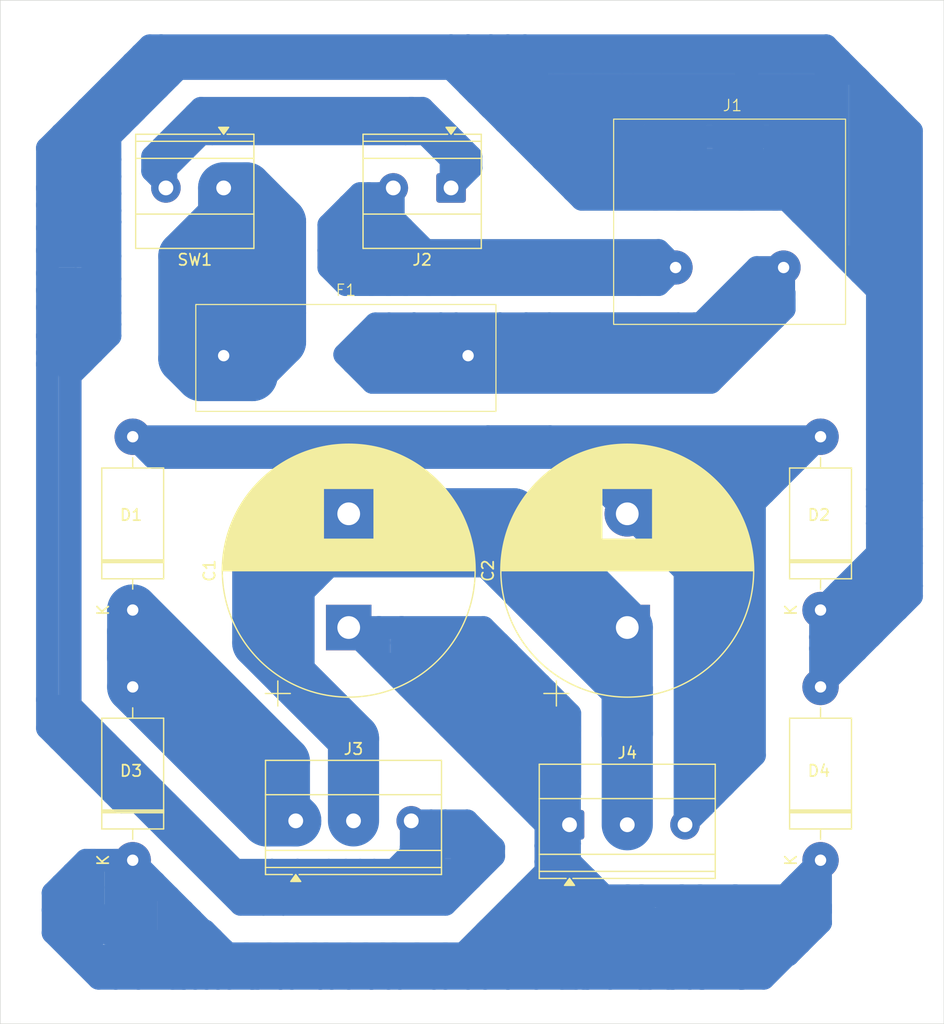
<source format=kicad_pcb>
(kicad_pcb (version 20241229) (generator "pcbnew") (generator_version "9.0")
  (layers (0 "F.Cu" signal) (2 "B.Cu" signal) (13 "F.Paste" user) (15 "B.Paste" user) (5 "F.SilkS" user "F.Silkscreen") (7 "B.SilkS" user "B.Silkscreen") (1 "F.Mask" user) (3 "B.Mask" user) (25 "Edge.Cuts" user))
  (net 0 "")
  (net 1 "/+38V")
  (net 2 "GND")
  (net 3 "/-38V")
  (net 4 "/POS")
  (net 5 "/NEG")
  (net 6 "Net-(J1-Pin_2)")
  (net 7 "Net-(SW1-A)")
  (net 8 "Net-(J1-Pin_1)")
  (net 9 "Net-(J2-Pin_1)")
  (footprint "Capacitor_THT:CP_Radial_D22.0mm_P10.00mm_SnapIn" (layer "F.Cu") (at 161 111.157832 90)
    (property "Reference" "C2")
    (property "Value" "4700uF")
  )
  (footprint "TerminalBlock_Phoenix:TerminalBlock_Phoenix_MKDS-1,5-3-5.08_1x03_P5.08mm_Horizontal" (layer "F.Cu") (at 131.84 128.157832)
    (property "Reference" "J3")
    (property "Value" "T-Secondary")
  )
  (footprint "MyFuse_THT:BLX-A 5×20 Black Glass Fuse Holder with Cover" (layer "F.Cu") (at 136.25 87.5 180)
    (property "Reference" "F1")
    (property "Value" "Fuse")
  )
  (footprint "TerminalBlock_Phoenix:TerminalBlock_Phoenix_MKDS-1,5-2-5.08_1x02_P5.08mm_Horizontal" (layer "F.Cu") (at 145.5 72.5 180)
    (property "Reference" "J2")
    (property "Value" "T-Primary")
  )
  (footprint "EndTerminal_THT:HB9500-2P_1x2_Screw_Terminal" (layer "F.Cu") (at 170 76.75)
    (property "Reference" "J1")
    (property "Value" "AC Input")
  )
  (footprint "Diode_THT:D_DO-201AD_P15.24mm_Horizontal" (layer "F.Cu") (at 117.5 109.62 90)
    (property "Reference" "D1")
    (property "Value" "6A10")
  )
  (footprint "Diode_THT:D_DO-201AD_P15.24mm_Horizontal" (layer "F.Cu") (at 178 109.62 90)
    (property "Reference" "D2")
    (property "Value" "6A10")
  )
  (footprint "Capacitor_THT:CP_Radial_D22.0mm_P10.00mm_SnapIn" (layer "F.Cu") (at 136.5 111.157832 90)
    (property "Reference" "C1")
    (property "Value" "4700uF")
  )
  (footprint "TerminalBlock_Phoenix:TerminalBlock_Phoenix_MKDS-1,5-3-5.08_1x03_P5.08mm_Horizontal" (layer "F.Cu") (at 155.92 128.5)
    (property "Reference" "J4")
    (property "Value" "Output")
  )
  (footprint "TerminalBlock_Phoenix:TerminalBlock_Phoenix_MKDS-1,5-2-5.08_1x02_P5.08mm_Horizontal" (layer "F.Cu") (at 125.5 72.5 180)
    (property "Reference" "SW1")
    (property "Value" "SPST")
  )
  (footprint "Diode_THT:D_DO-201AD_P15.24mm_Horizontal" (layer "F.Cu") (at 117.5 131.62 90)
    (property "Reference" "D3")
    (property "Value" "6A10")
  )
  (footprint "Diode_THT:D_DO-201AD_P15.24mm_Horizontal" (layer "F.Cu") (at 178 131.62 90)
    (property "Reference" "D4")
    (property "Value" "6A10")
  )
  (gr_rect (start 105.852 56) (end 188.852 146) (stroke (width 0.05)) (fill no) (layer "Edge.Cuts"))
  (segment (start 148.5 140.35) (end 148 139.85) (width 2) (layer "B.Cu") (net 1))
  (segment (start 141 142) (end 140 142) (width 2) (layer "B.Cu") (net 1))
  (segment (start 153.842168 132.6) (end 153.842168 134.05) (width 2) (layer "B.Cu") (net 1))
  (segment (start 163 142) (end 159.5 142) (width 2) (layer "B.Cu") (net 1))
  (segment (start 155.92 128.5) (end 155.92 128.37) (width 2) (layer "B.Cu") (net 1))
  (segment (start 121.94 139.06) (end 121.94 136.06) (width 2) (layer "B.Cu") (net 1))
  (segment (start 111.25 133.75) (end 110.5 134.5) (width 2) (layer "B.Cu") (net 1))
  (segment (start 122.69 136.81) (end 121.94 136.06) (width 2) (layer "B.Cu") (net 1))
  (segment (start 110.5 134.5) (end 110.5 136) (width 2) (layer "B.Cu") (net 1))
  (segment (start 129.5 139.85) (end 131 139.85) (width 2) (layer "B.Cu") (net 1))
  (segment (start 119.44 133.56) (end 117.5 131.62) (width 2) (layer "B.Cu") (net 1))
  (segment (start 153.2 137.65) (end 160.7 137.65) (width 2) (layer "B.Cu") (net 1))
  (segment (start 163 142) (end 162.15 142) (width 2) (layer "B.Cu") (net 1))
  (segment (start 140.821084 115.478916) (end 141.721084 116.378916) (width 2) (layer "B.Cu") (net 1))
  (segment (start 125.5 140.5) (end 124 142) (width 2) (layer "B.Cu") (net 1))
  (segment (start 148.096084 122.453916) (end 148.096084 122.753916) (width 2) (layer "B.Cu") (net 1))
  (segment (start 178 136.1) (end 178 137.1) (width 2) (layer "B.Cu") (net 1))
  (segment (start 114 131.62) (end 113.38 131.62) (width 2) (layer "B.Cu") (net 1))
  (segment (start 123.7 137.82) (end 123.82 137.82) (width 2) (layer "B.Cu") (net 1))
  (segment (start 173.2 139.95) (end 173.2 139.35) (width 2) (layer "B.Cu") (net 1))
  (segment (start 155.175 117.975) (end 154.775 117.975) (width 2) (layer "B.Cu") (net 1))
  (segment (start 151.825 114.625) (end 153.325 116.125) (width 2) (layer "B.Cu") (net 1))
  (segment (start 150.85 138) (end 151.2 137.65) (width 2) (layer "B.Cu") (net 1))
  (segment (start 171 142) (end 171.15 142) (width 2) (layer "B.Cu") (net 1))
  (segment (start 148.5 142) (end 148.5 140.35) (width 2) (layer "B.Cu") (net 1))
  (segment (start 167.62 142) (end 167.62 140.27) (width 2) (layer "B.Cu") (net 1))
  (segment (start 151.3 139.85) (end 149.6 138.15) (width 2) (layer "B.Cu") (net 1))
  (segment (start 169.77 139.85) (end 168.7 139.85) (width 2) (layer "B.Cu") (net 1))
  (segment (start 150.1 113.8) (end 150.55 113.35) (width 2) (layer "B.Cu") (net 1))
  (segment (start 110.5 138) (end 114.5 142) (width 2) (layer "B.Cu") (net 1))
  (segment (start 117.55 138.55) (end 117.5 138.55) (width 2) (layer "B.Cu") (net 1))
  (segment (start 120.75 140.25) (end 119 138.5) (width 2) (layer "B.Cu") (net 1))
  (segment (start 176.175 138.925) (end 175.15 139.95) (width 2) (layer "B.Cu") (net 1))
  (segment (start 162.45 139.85) (end 161.15 139.85) (width 2) (layer "B.Cu") (net 1))
  (segment (start 123.7 137.82) (end 123.69 137.81) (width 2) (layer "B.Cu") (net 1))
  (segment (start 113.38 131.62) (end 112.25 132.75) (width 2) (layer "B.Cu") (net 1))
  (segment (start 114 134) (end 114 131.62) (width 2) (layer "B.Cu") (net 1))
  (segment (start 146.85 139.85) (end 146.85 139.592168) (width 2) (layer "B.Cu") (net 1))
  (segment (start 141.15 111.157832) (end 148.357832 111.157832) (width 2) (layer "B.Cu") (net 1))
  (segment (start 127.5 141.5) (end 128 142) (width 2) (layer "B.Cu") (net 1))
  (segment (start 148.521084 137.921084) (end 148.792168 137.65) (width 2) (layer "B.Cu") (net 1))
  (segment (start 125.5 139.5) (end 126 140) (width 2) (layer "B.Cu") (net 1))
  (segment (start 171.735 135.985) (end 170.5 134.75) (width 2) (layer "B.Cu") (net 1))
  (segment (start 122.25 138.75) (end 120.75 140.25) (width 2) (layer "B.Cu") (net 1))
  (segment (start 117.5 136.5) (end 117.5 133.12) (width 2) (layer "B.Cu") (net 1))
  (segment (start 136.5 139.85) (end 136.5 140.5) (width 2) (layer "B.Cu") (net 1))
  (segment (start 156.5 139.85) (end 155 139.85) (width 2) (layer "B.Cu") (net 1))
  (segment (start 153.842168 139.107832) (end 153.1 139.85) (width 2) (layer "B.Cu") (net 1))
  (segment (start 147 142) (end 145 142) (width 2) (layer "B.Cu") (net 1))
  (segment (start 115 140.5) (end 116 139.5) (width 2) (layer "B.Cu") (net 1))
  (segment (start 178 131.62) (end 173.635 135.985) (width 2) (layer "B.Cu") (net 1))
  (segment (start 167.4 134.75) (end 170.5 134.75) (width 2) (layer "B.Cu") (net 1))
  (segment (start 119.25 140.25) (end 117.55 138.55) (width 2) (layer "B.Cu") (net 1))
  (segment (start 155.95 124.65) (end 155.95 125.65) (width 2) (layer "B.Cu") (net 1))
  (segment (start 155.92 130.15) (end 155.92 131.72) (width 2) (layer "B.Cu") (net 1))
  (segment (start 131.5 142) (end 130.5 142) (width 2) (layer "B.Cu") (net 1))
  (segment (start 153.121084 127.478916) (end 154.075 126.525) (width 2) (layer "B.Cu") (net 1))
  (segment (start 142.5 139.85) (end 145 139.85) (width 2) (layer "B.Cu") (net 1))
  (segment (start 159.5 141.45) (end 157.9 139.85) (width 2) (layer "B.Cu") (net 1))
  (segment (start 134.5 141.5) (end 134 142) (width 2) (layer "B.Cu") (net 1))
  (segment (start 166.5 139.65) (end 165.85 139) (width 2) (layer "B.Cu") (net 1))
  (segment (start 167.2 134.95) (end 167.4 134.75) (width 2) (layer "B.Cu") (net 1))
  (segment (start 155 139.85) (end 153.1 139.85) (width 2) (layer "B.Cu") (net 1))
  (segment (start 121 142) (end 120 141) (width 2) (layer "B.Cu") (net 1))
  (segment (start 166.5 142) (end 165 142) (width 2) (layer "B.Cu") (net 1))
  (segment (start 172.46 137.16) (end 171.85 136.55) (width 2) (layer "B.Cu") (net 1))
  (segment (start 112.75 135.25) (end 114 136.5) (width 2) (layer "B.Cu") (net 1))
  (segment (start 162.25 134.75) (end 165.8 134.75) (width 2) (layer "B.Cu") (net 1))
  (segment (start 153.121084 127.778916) (end 153.121084 127.478916) (width 2) (layer "B.Cu") (net 1))
  (segment (start 151.3 139.55) (end 153.2 137.65) (width 2) (layer "B.Cu") (net 1))
  (segment (start 171.735 137.885) (end 171.735 135.985) (width 2) (layer "B.Cu") (net 1))
  (segment (start 141.721084 116.378916) (end 142.571084 117.228916) (width 2) (layer "B.Cu") (net 1))
  (segment (start 155.25 123.1) (end 151.846084 126.503916) (width 2) (layer "B.Cu") (net 1))
  (segment (start 142.5 140.5) (end 141 142) (width 2) (layer "B.Cu") (net 1))
  (segment (start 143.696084 118.353916) (end 145.296084 119.953916) (width 2) (layer "B.Cu") (net 1))
  (segment (start 154.625 138.325) (end 160.925 138.325) (width 2) (layer "B.Cu") (net 1))
  (segment (start 138 141.5) (end 138.5 142) (width 2) (layer "B.Cu") (net 1))
  (segment (start 148.25 113.8) (end 143.696084 118.353916) (width 2) (layer "B.Cu") (net 1))
  (segment (start 149.6 139.85) (end 149.6 138.15) (width 2) (layer "B.Cu") (net 1))
  (segment (start 148.3 113.8) (end 150.1 113.8) (width 2) (layer "B.Cu") (net 1))
  (segment (start 171 142) (end 171 141.08) (width 2) (layer "B.Cu") (net 1))
  (segment (start 123 142) (end 122 142) (width 2) (layer "B.Cu") (net 1))
  (segment (start 118.75 140.25) (end 117.5 141.5) (width 2) (layer "B.Cu") (net 1))
  (segment (start 161.15 139.85) (end 161.15 134.85) (width 2) (layer "B.Cu") (net 1))
  (segment (start 170.5 134.75) (end 175.4 134.75) (width 2) (layer "B.Cu") (net 1))
  (segment (start 152.425 134.675) (end 152.096084 134.346084) (width 2) (layer "B.Cu") (net 1))
  (segment (start 148.3 113.8) (end 148.25 113.8) (width 2) (layer "B.Cu") (net 1))
  (segment (start 145.9 113.9) (end 142.571084 117.228916) (width 2) (layer "B.Cu") (net 1))
  (segment (start 130.5 142) (end 128 142) (width 2) (layer "B.Cu") (net 1))
  (segment (start 160 135.8) (end 157.4 133.2) (width 2) (layer "B.Cu") (net 1))
  (segment (start 139.15 111.157832) (end 141.15 111.157832) (width 2) (layer "B.Cu") (net 1))
  (segment (start 148.357832 111.157832) (end 150.55 113.35) (width 2) (layer "B.Cu") (net 1))
  (segment (start 139.5 139.85) (end 140.5 139.85) (width 2) (layer "B.Cu") (net 1))
  (segment (start 126 142) (end 125 142) (width 2) (layer "B.Cu") (net 1))
  (segment (start 145.9 113.8) (end 148.3 113.8) (width 2) (layer "B.Cu") (net 1))
  (segment (start 160.925 138.325) (end 162.45 139.85) (width 2) (layer "B.Cu") (net 1))
  (segment (start 176.175 138.925) (end 174.225 138.925) (width 2) (layer "B.Cu") (net 1))
  (segment (start 148.792168 137.65) (end 150.1 137.65) (width 2) (layer "B.Cu") (net 1))
  (segment (start 155.92 131.72) (end 157.4 133.2) (width 2) (layer "B.Cu") (net 1))
  (segment (start 168.7 139.85) (end 167.2 139.85) (width 2) (layer "B.Cu") (net 1))
  (segment (start 118.69 138.19) (end 118.69 134.31) (width 2) (layer "B.Cu") (net 1))
  (segment (start 171.5 139.95) (end 168.8 139.95) (width 2) (layer "B.Cu") (net 1))
  (segment (start 114 136.5) (end 111 136.5) (width 2) (layer "B.Cu") (net 1))
  (segment (start 131 139.85) (end 132 139.85) (width 2) (layer "B.Cu") (net 1))
  (segment (start 127.5 139.85) (end 127.5 140.5) (width 2) (layer "B.Cu") (net 1))
  (segment (start 153.842168 137.65) (end 153.2 137.65) (width 2) (layer "B.Cu") (net 1))
  (segment (start 152.096084 134.346084) (end 153.842168 132.6) (width 2) (layer "B.Cu") (net 1))
  (segment (start 117.5 136.5) (end 114 136.5) (width 2) (layer "B.Cu") (net 1))
  (segment (start 159.5 142) (end 159.5 141.45) (width 2) (layer "B.Cu") (net 1))
  (segment (start 116 142) (end 118 142) (width 2) (layer "B.Cu") (net 1))
  (segment (start 160 139.85) (end 160 135.8) (width 2) (layer "B.Cu") (net 1))
  (segment (start 139.5 139.85) (end 139.5 141) (width 2) (layer "B.Cu") (net 1))
  (segment (start 175.4 134.75) (end 175.4 134.22) (width 2) (layer "B.Cu") (net 1))
  (segment (start 150.1 137.65) (end 151.2 137.65) (width 2) (layer "B.Cu") (net 1))
  (segment (start 155.95 123.1) (end 155.95 124.65) (width 2) (layer "B.Cu") (net 1))
  (segment (start 150.55 113.35) (end 145.296084 118.603916) (width 2) (layer "B.Cu") (net 1))
  (segment (start 136.5 139.85) (end 136.5 142) (width 2) (layer "B.Cu") (net 1))
  (segment (start 153.121084 127.778916) (end 153.842168 128.5) (width 2) (layer "B.Cu") (net 1))
  (segment (start 157.4 133.2) (end 154.692168 133.2) (width 2) (layer "B.Cu") (net 1))
  (segment (start 131 141.5) (end 130.5 142) (width 2) (layer "B.Cu") (net 1))
  (segment (start 126 141) (end 125 142) (width 2) (layer "B.Cu") (net 1))
  (segment (start 150.5 142) (end 151.3 141.2) (width 2) (layer "B.Cu") (net 1))
  (segment (start 174.75 137.1) (end 173.635 135.985) (width 2) (layer "B.Cu") (net 1))
  (segment (start 160.7 137.65) (end 162.3 137.65) (width 2) (layer "B.Cu") (net 1))
  (segment (start 161.15 139.85) (end 160 139.85) (width 2) (layer "B.Cu") (net 1))
  (segment (start 162.45 139.85) (end 162.45 138.25) (width 2) (layer "B.Cu") (net 1))
  (segment (start 178 136.1) (end 175.75 136.1) (width 2) (layer "B.Cu") (net 1))
  (segment (start 164.075 139.425) (end 164.5 139.85) (width 2) (layer "B.Cu") (net 1))
  (segment (start 116 140.5) (end 116 142) (width 2) (layer "B.Cu") (net 1))
  (segment (start 149.6 139.85) (end 148 139.85) (width 2) (layer "B.Cu") (net 1))
  (segment (start 162.3 137.65) (end 164.075 139.425) (width 2) (layer "B.Cu") (net 1))
  (segment (start 171.11 138.51) (end 169.77 139.85) (width 2) (layer "B.Cu") (net 1))
  (segment (start 164.6 142) (end 162.45 139.85) (width 2) (layer "B.Cu") (net 1))
  (segment (start 155.89 131.75) (end 155.92 131.72) (width 2) (layer "B.Cu") (net 1))
  (segment (start 123.82 137.82) (end 124.5 138.5) (width 2) (layer "B.Cu") (net 1))
  (segment (start 117.5 131.62) (end 116 131.62) (width 2) (layer "B.Cu") (net 1))
  (segment (start 157.5 140.85) (end 156.5 139.85) (width 2) (layer "B.Cu") (net 1))
  (segment (start 170.25 137.65) (end 171.11 138.51) (width 2) (layer "B.Cu") (net 1))
  (segment (start 148.096084 122.753916) (end 149.046084 123.703916) (width 2) (layer "B.Cu") (net 1))
  (segment (start 126.15 139.85) (end 127.5 139.85) (width 2) (layer "B.Cu") (net 1))
  (segment (start 134 142) (end 131.5 142) (width 2) (layer "B.Cu") (net 1))
  (segment (start 167.2 139.85) (end 167.2 134.95) (width 2) (layer "B.Cu") (net 1))
  (segment (start 116 138.5) (end 115.5 138) (width 2) (layer "B.Cu") (net 1))
  (segment (start 146.85 139.85) (end 146.85 141.85) (width 2) (layer "B.Cu") (net 1))
  (segment (start 171.85 136.55) (end 168.7 136.55) (width 2) (layer "B.Cu") (net 1))
  (segment (start 161.05 134.75) (end 162.25 134.75) (width 2) (layer "B.Cu") (net 1))
  (segment (start 113.5 134) (end 112.25 132.75) (width 2) (layer "B.Cu") (net 1))
  (segment (start 122.69 139.94) (end 122.75 140) (width 2) (layer "B.Cu") (net 1))
  (segment (start 177.35 137.75) (end 176.175 138.925) (width 2) (layer "B.Cu") (net 1))
  (segment (start 156.5 142) (end 153 142) (width 2) (layer "B.Cu") (net 1))
  (segment (start 146.496084 119.953916) (end 151.825 114.625) (width 2) (layer "B.Cu") (net 1))
  (segment (start 175.15 139.95) (end 173.2 139.95) (width 2) (layer "B.Cu") (net 1))
  (segment (start 165.85 139) (end 165.85 134.8) (width 2) (layer "B.Cu") (net 1))
  (segment (start 178 137.1) (end 174.75 137.1) (width 2) (layer "B.Cu") (net 1))
  (segment (start 114 134) (end 113.5 134) (width 2) (layer "B.Cu") (net 1))
  (segment (start 178 135.65) (end 175.985 133.635) (width 2) (layer "B.Cu") (net 1))
  (segment (start 157.9 139.85) (end 157.9 135.8) (width 2) (layer "B.Cu") (net 1))
  (segment (start 124.5 138.5) (end 125.5 139.5) (width 2) (layer "B.Cu") (net 1))
  (segment (start 141.721084 115.978916) (end 141.721084 116.378916) (width 2) (layer "B.Cu") (net 1))
  (segment (start 141.15 111.157832) (end 141.15 112.5) (width 2) (layer "B.Cu") (net 1))
  (segment (start 150.85 139.85) (end 150.85 138) (width 2) (layer "B.Cu") (net 1))
  (segment (start 142.571084 117.228916) (end 143.696084 118.353916) (width 2) (layer "B.Cu") (net 1))
  (segment (start 153.325 116.125) (end 152.025 116.125) (width 2) (layer "B.Cu") (net 1))
  (segment (start 160 139.85) (end 157.9 139.85) (width 2) (layer "B.Cu") (net 1))
  (segment (start 155.92 128.5) (end 155.92 130.15) (width 2) (layer "B.Cu") (net 1))
  (segment (start 165.85 139.85) (end 164.5 139.85) (width 2) (layer "B.Cu") (net 1))
  (segment (start 153.875 116.675) (end 148.096084 122.453916) (width 2) (layer "B.Cu") (net 1))
  (segment (start 122.75 141.25) (end 122 142) (width 2) (layer "B.Cu") (net 1))
  (segment (start 167.5 142) (end 166.5 142) (width 2) (layer "B.Cu") (net 1))
  (segment (start 153.55 135.8) (end 153.1 135.35) (width 2) (layer "B.Cu") (net 1))
  (segment (start 148.5 142) (end 147 142) (width 2) (layer "B.Cu") (net 1))
  (segment (start 165.85 139.85) (end 165.85 139) (width 2) (layer "B.Cu") (net 1))
  (segment (start 155.92 125.68) (end 155.92 128.5) (width 2) (layer "B.Cu") (net 1))
  (segment (start 161.575 141.425) (end 160 139.85) (width 2) (layer "B.Cu") (net 1))
  (segment (start 157.5 142) (end 157.5 140.85) (width 2) (layer "B.Cu") (net 1))
  (segment (start 171 142) (end 167.5 142) (width 2) (layer "B.Cu") (net 1))
  (segment (start 139.5 141) (end 138.5 142) (width 2) (layer "B.Cu") (net 1))
  (segment (start 171.15 142) (end 173.2 139.95) (width 2) (layer "B.Cu") (net 1))
  (segment (start 139.571084 114.228916) (end 140.821084 115.478916) (width 2) (layer "B.Cu") (net 1))
  (segment (start 119.25 140.25) (end 118.75 140.25) (width 2) (layer "B.Cu") (net 1))
  (segment (start 157.4 135.55) (end 154.625 138.325) (width 2) (layer "B.Cu") (net 1))
  (segment (start 145.296084 119.953916) (end 146.746084 121.403916) (width 2) (layer "B.Cu") (net 1))
  (segment (start 136.5 139.85) (end 138 139.85) (width 2) (layer "B.Cu") (net 1))
  (segment (start 140.5 139.85) (end 140.5 141.5) (width 2) (layer "B.Cu") (net 1))
  (segment (start 126 140) (end 126.15 139.85) (width 2) (layer "B.Cu") (net 1))
  (segment (start 145.9 113.8) (end 145.9 113.9) (width 2) (layer "B.Cu") (net 1))
  (segment (start 165 142) (end 164.6 142) (width 2) (layer "B.Cu") (net 1))
  (segment (start 152.025 116.125) (end 146.746084 121.403916) (width 2) (layer "B.Cu") (net 1))
  (segment (start 123.69 137.81) (end 122.69 136.81) (width 2) (layer "B.Cu") (net 1))
  (segment (start 118.69 134.31) (end 119.44 133.56) (width 2) (layer "B.Cu") (net 1))
  (segment (start 153 141.55) (end 151.3 139.85) (width 2) (layer "B.Cu") (net 1))
  (segment (start 150.996084 135.446084) (end 152.096084 134.346084) (width 2) (layer "B.Cu") (net 1))
  (segment (start 172.46 137.16) (end 171.735 137.885) (width 2) (layer "B.Cu") (net 1))
  (segment (start 117.5 136.5) (end 117.5 131.62) (width 2) (layer "B.Cu") (net 1))
  (segment (start 178 137.1) (end 177.35 137.75) (width 2) (layer "B.Cu") (net 1))
  (segment (start 112.75 135.25) (end 111.25 135.25) (width 2) (layer "B.Cu") (net 1))
  (segment (start 160.7 137.65) (end 170.25 137.65) (width 2) (layer "B.Cu") (net 1))
  (segment (start 153.325 116.125) (end 153.875 116.675) (width 2) (layer "B.Cu") (net 1))
  (segment (start 167.2 139.85) (end 165.85 139.85) (width 2) (layer "B.Cu") (net 1))
  (segment (start 132 141.5) (end 131.5 142) (width 2) (layer "B.Cu") (net 1))
  (segment (start 120.75 140.25) (end 121.94 139.06) (width 2) (layer "B.Cu") (net 1))
  (segment (start 157.4 133.2) (end 157.4 134.25) (width 2) (layer "B.Cu") (net 1))
  (segment (start 148 139.85) (end 146.85 139.85) (width 2) (layer "B.Cu") (net 1))
  (segment (start 155.95 125.65) (end 155.85 125.75) (width 2) (layer "B.Cu") (net 1))
  (segment (start 128 142) (end 126 142) (width 2) (layer "B.Cu") (net 1))
  (segment (start 129.5 141) (end 128.5 142) (width 2) (layer "B.Cu") (net 1))
  (segment (start 132 139.85) (end 132 141.5) (width 2) (layer "B.Cu") (net 1))
  (segment (start 153.842168 131.75) (end 153.842168 132.6) (width 2) (layer "B.Cu") (net 1))
  (segment (start 173.075 137.775) (end 172.46 137.16) (width 2) (layer "B.Cu") (net 1))
  (segment (start 153.1 139.85) (end 150.85 139.85) (width 2) (layer "B.Cu") (net 1))
  (segment (start 151.2 137.65) (end 153.842168 137.65) (width 2) (layer "B.Cu") (net 1))
  (segment (start 129.5 141) (end 130.5 142) (width 2) (layer "B.Cu") (net 1))
  (segment (start 162.45 134.95) (end 162.25 134.75) (width 2) (layer "B.Cu") (net 1))
  (segment (start 155.95 121.1) (end 155.55 121.1) (width 2) (layer "B.Cu") (net 1))
  (segment (start 157.4 133.2) (end 158.95 134.75) (width 2) (layer "B.Cu") (net 1))
  (segment (start 143.9 113.8) (end 145.9 113.8) (width 2) (layer "B.Cu") (net 1))
  (segment (start 120.75 140.25) (end 120.69 140.19) (width 2) (layer "B.Cu") (net 1))
  (segment (start 122.75 140) (end 122.75 141.25) (width 2) (layer "B.Cu") (net 1))
  (segment (start 120 141) (end 119.25 140.25) (width 2) (layer "B.Cu") (net 1))
  (segment (start 154.15 120.05) (end 149.771084 124.428916) (width 2) (layer "B.Cu") (net 1))
  (segment (start 157.5 142) (end 157.15 142) (width 2) (layer "B.Cu") (net 1))
  (segment (start 145.296084 118.603916) (end 145.296084 119.953916) (width 2) (layer "B.Cu") (net 1))
  (segment (start 115 140.5) (end 112.5 138) (width 2) (layer "B.Cu") (net 1))
  (segment (start 136.5 142) (end 135 142) (width 2) (layer "B.Cu") (net 1))
  (segment (start 149.046084 123.703916) (end 149.771084 124.428916) (width 2) (layer "B.Cu") (net 1))
  (segment (start 138.5 142) (end 136.5 142) (width 2) (layer "B.Cu") (net 1))
  (segment (start 167.62 142) (end 169.77 139.85) (width 2) (layer "B.Cu") (net 1))
  (segment (start 122.75 138.75) (end 122.25 138.75) (width 2) (layer "B.Cu") (net 1))
  (segment (start 112.5 138) (end 110.5 138) (width 2) (layer "B.Cu") (net 1))
  (segment (start 141.15 115.15) (end 140.821084 115.478916) (width 2) (layer "B.Cu") (net 1))
  (segment (start 149.5 139.95) (end 149.6 139.85) (width 2) (layer "B.Cu") (net 1))
  (segment (start 122.69 136.81) (end 122.69 139.94) (width 2) (layer "B.Cu") (net 1))
  (segment (start 124.5 138.5) (end 124.5 139.5) (width 2) (layer "B.Cu") (net 1))
  (segment (start 117.5 137) (end 117.5 136.5) (width 2) (layer "B.Cu") (net 1))
  (segment (start 157.15 142) (end 155 139.85) (width 2) (layer "B.Cu") (net 1))
  (segment (start 143.9 113.8) (end 141.721084 115.978916) (width 2) (layer "B.Cu") (net 1))
  (segment (start 145 142) (end 144 142) (width 2) (layer "B.Cu") (net 1))
  (segment (start 150.5 142) (end 149.5 141) (width 2) (layer "B.Cu") (net 1))
  (segment (start 146.85 139.592168) (end 148.521084 137.921084) (width 2) (layer "B.Cu") (net 1))
  (segment (start 134.5 139.85) (end 136.5 139.85) (width 2) (layer "B.Cu") (net 1))
  (segment (start 121.94 136.06) (end 120.69 134.81) (width 2) (layer "B.Cu") (net 1))
  (segment (start 155.95 120.05) (end 154.15 120.05) (width 2) (layer "B.Cu") (net 1))
  (segment (start 153.842168 130.35) (end 155.72 130.35) (width 2) (layer "B.Cu") (net 1))
  (segment (start 140.5 139.85) (end 142.5 139.85) (width 2) (layer "B.Cu") (net 1))
  (segment (start 153.842168 130.35) (end 153.842168 131.75) (width 2) (layer "B.Cu") (net 1))
  (segment (start 171.735 137.885) (end 171.11 138.51) (width 2) (layer "B.Cu") (net 1))
  (segment (start 149.7 112.5) (end 150.55 113.35) (width 2) (layer "B.Cu") (net 1))
  (segment (start 157.4 134.25) (end 157.4 135.55) (width 2) (layer "B.Cu") (net 1))
  (segment (start 110.5 136) (end 110.5 138) (width 2) (layer "B.Cu") (net 1))
  (segment (start 151.846084 126.503916) (end 153.121084 127.778916) (width 2) (layer "B.Cu") (net 1))
  (segment (start 178 137.1) (end 177.325 137.775) (width 2) (layer "B.Cu") (net 1))
  (segment (start 177.325 137.775) (end 173.075 137.775) (width 2) (layer "B.Cu") (net 1))
  (segment (start 111.25 135.25) (end 110.5 134.5) (width 2) (layer "B.Cu") (net 1))
  (segment (start 117.5 133.12) (end 116 131.62) (width 2) (layer "B.Cu") (net 1))
  (segment (start 175.15 139.95) (end 175.05 139.95) (width 2) (layer "B.Cu") (net 1))
  (segment (start 155.25 142) (end 153.1 139.85) (width 2) (layer "B.Cu") (net 1))
  (segment (start 126 140) (end 126 141) (width 2) (layer "B.Cu") (net 1))
  (segment (start 155.55 121.1) (end 150.996084 125.653916) (width 2) (layer "B.Cu") (net 1))
  (segment (start 116 131.62) (end 116 138.5) (width 2) (layer "B.Cu") (net 1))
  (segment (start 153.842168 128.5) (end 153.842168 130.35) (width 2) (layer "B.Cu") (net 1))
  (segment (start 167.62 140.27) (end 167.2 139.85) (width 2) (layer "B.Cu") (net 1))
  (segment (start 165.8 134.75) (end 167.4 134.75) (width 2) (layer "B.Cu") (net 1))
  (segment (start 127.5 139.85) (end 129.5 139.85) (width 2) (layer "B.Cu") (net 1))
  (segment (start 144 142) (end 141 142) (width 2) (layer "B.Cu") (net 1))
  (segment (start 162.45 138.25) (end 164.5 136.2) (width 2) (layer "B.Cu") (net 1))
  (segment (start 154.775 117.975) (end 149.046084 123.703916) (width 2) (layer "B.Cu") (net 1))
  (segment (start 155.72 130.35) (end 155.92 130.15) (width 2) (layer "B.Cu") (net 1))
  (segment (start 124 142) (end 123 142) (width 2) (layer "B.Cu") (net 1))
  (segment (start 116 139.5) (end 116 138.5) (width 2) (layer "B.Cu") (net 1))
  (segment (start 120.69 134.81) (end 119.44 133.56) (width 2) (layer "B.Cu") (net 1))
  (segment (start 153.875 116.675) (end 155.175 117.975) (width 2) (layer "B.Cu") (net 1))
  (segment (start 138 139.85) (end 139.5 139.85) (width 2) (layer "B.Cu") (net 1))
  (segment (start 151.3 141.2) (end 151.3 139.85) (width 2) (layer "B.Cu") (net 1))
  (segment (start 168.7 136.55) (end 170.5 134.75) (width 2) (layer "B.Cu") (net 1))
  (segment (start 165 140.35) (end 164.075 139.425) (width 2) (layer "B.Cu") (net 1))
  (segment (start 149.5 141) (end 149.5 139.95) (width 2) (layer "B.Cu") (net 1))
  (segment (start 135 142) (end 134 142) (width 2) (layer "B.Cu") (net 1))
  (segment (start 155.95 120.05) (end 155.95 121.1) (width 2) (layer "B.Cu") (net 1))
  (segment (start 173 142) (end 171 142) (width 2) (layer "B.Cu") (net 1))
  (segment (start 112.25 132.75) (end 111.25 133.75) (width 2) (layer "B.Cu") (net 1))
  (segment (start 140.5 141.5) (end 140 142) (width 2) (layer "B.Cu") (net 1))
  (segment (start 152.425 134.675) (end 156.975 134.675) (width 2) (layer "B.Cu") (net 1))
  (segment (start 149.771084 124.428916) (end 150.996084 125.653916) (width 2) (layer "B.Cu") (net 1))
  (segment (start 168.7 139.85) (end 168.7 136.55) (width 2) (layer "B.Cu") (net 1))
  (segment (start 153.842168 134.05) (end 153.842168 137.65) (width 2) (layer "B.Cu") (net 1))
  (segment (start 155.95 118.75) (end 155.95 120.05) (width 2) (layer "B.Cu") (net 1))
  (segment (start 142.5 140.5) (end 144 142) (width 2) (layer "B.Cu") (net 1))
  (segment (start 112.5 138) (end 115.5 138) (width 2) (layer "B.Cu") (net 1))
  (segment (start 133.5 139.85) (end 133.5 141.5) (width 2) (layer "B.Cu") (net 1))
  (segment (start 155.95 125.65) (end 155.92 125.68) (width 2) (layer "B.Cu") (net 1))
  (segment (start 149.6 138.15) (end 150.1 137.65) (width 2) (layer "B.Cu") (net 1))
  (segment (start 122 142) (end 121 142) (width 2) (layer "B.Cu") (net 1))
  (segment (start 120.69 140.19) (end 120.69 134.81) (width 2) (layer "B.Cu") (net 1))
  (segment (start 151.3 139.85) (end 151.3 139.55) (width 2) (layer "B.Cu") (net 1))
  (segment (start 111 136.5) (end 110.5 136) (width 2) (layer "B.Cu") (net 1))
  (segment (start 127.5 140.5) (end 126 142) (width 2) (layer "B.Cu") (net 1))
  (segment (start 133.5 141.5) (end 134 142) (width 2) (layer "B.Cu") (net 1))
  (segment (start 175.4 134.22) (end 175.985 133.635) (width 2) (layer "B.Cu") (net 1))
  (segment (start 165.85 134.8) (end 165.8 134.75) (width 2) (layer "B.Cu") (net 1))
  (segment (start 123.69 137.81) (end 122.75 138.75) (width 2) (layer "B.Cu") (net 1))
  (segment (start 160 135.8) (end 158.95 134.75) (width 2) (layer "B.Cu") (net 1))
  (segment (start 134.5 139.85) (end 134.5 141.5) (width 2) (layer "B.Cu") (net 1))
  (segment (start 146.85 141.85) (end 147 142) (width 2) (layer "B.Cu") (net 1))
  (segment (start 157.9 135.8) (end 158.95 134.75) (width 2) (layer "B.Cu") (net 1))
  (segment (start 162.15 142) (end 161.575 141.425) (width 2) (layer "B.Cu") (net 1))
  (segment (start 166.5 142) (end 166.5 139.65) (width 2) (layer "B.Cu") (net 1))
  (segment (start 153.1 139.85) (end 153.1 135.35) (width 2) (layer "B.Cu") (net 1))
  (segment (start 178 131.62) (end 178 136.1) (width 2) (layer "B.Cu") (net 1))
  (segment (start 156.975 134.675) (end 157.4 134.25) (width 2) (layer "B.Cu") (net 1))
  (segment (start 155.95 121.1) (end 155.95 123.1) (width 2) (layer "B.Cu") (net 1))
  (segment (start 131 139.85) (end 131 141.5) (width 2) (layer "B.Cu") (net 1))
  (segment (start 148.521084 137.921084) (end 150.996084 135.446084) (width 2) (layer "B.Cu") (net 1))
  (segment (start 146.746084 121.403916) (end 148.096084 122.753916) (width 2) (layer "B.Cu") (net 1))
  (segment (start 122.75 138.75) (end 122.75 140) (width 2) (layer "B.Cu") (net 1))
  (segment (start 153 142) (end 153 141.55) (width 2) (layer "B.Cu") (net 1))
  (segment (start 173.2 139.95) (end 171.5 139.95) (width 2) (layer "B.Cu") (net 1))
  (segment (start 138 139.85) (end 138 141.5) (width 2) (layer "B.Cu") (net 1))
  (segment (start 118 142) (end 117.5 141.5) (width 2) (layer "B.Cu") (net 1))
  (segment (start 155.175 117.975) (end 155.95 118.75) (width 2) (layer "B.Cu") (net 1))
  (segment (start 162.45 139.85) (end 162.45 134.95) (width 2) (layer "B.Cu") (net 1))
  (segment (start 116 131.62) (end 114 131.62) (width 2) (layer "B.Cu") (net 1))
  (segment (start 127.5 139.85) (end 127.5 141.5) (width 2) (layer "B.Cu") (net 1))
  (segment (start 171 142) (end 171 140.45) (width 2) (layer "B.Cu") (net 1))
  (segment (start 154.075 126.525) (end 155.95 124.65) (width 2) (layer "B.Cu") (net 1))
  (segment (start 120.75 140.25) (end 120 141) (width 2) (layer "B.Cu") (net 1))
  (segment (start 165 142) (end 165 140.35) (width 2) (layer "B.Cu") (net 1))
  (segment (start 159.5 142) (end 157.5 142) (width 2) (layer "B.Cu") (net 1))
  (segment (start 136.5 111.157832) (end 139.15 111.157832) (width 2) (layer "B.Cu") (net 1))
  (segment (start 175.985 133.635) (end 178 131.62) (width 2) (layer "B.Cu") (net 1))
  (segment (start 161.15 134.85) (end 161.05 134.75) (width 2) (layer "B.Cu") (net 1))
  (segment (start 164.5 139.85) (end 164.5 136.2) (width 2) (layer "B.Cu") (net 1))
  (segment (start 141.15 113.8) (end 143.9 113.8) (width 2) (layer "B.Cu") (net 1))
  (segment (start 133.5 139.85) (end 134.5 139.85) (width 2) (layer "B.Cu") (net 1))
  (segment (start 153.842168 128.5) (end 155.92 128.5) (width 2) (layer "B.Cu") (net 1))
  (segment (start 117.5 141.5) (end 117.5 138.55) (width 2) (layer "B.Cu") (net 1))
  (segment (start 150.55 113.35) (end 151.825 114.625) (width 2) (layer "B.Cu") (net 1))
  (segment (start 116 138.5) (end 116 140.5) (width 2) (layer "B.Cu") (net 1))
  (segment (start 141.15 113.8) (end 141.15 115.15) (width 2) (layer "B.Cu") (net 1))
  (segment (start 125 142) (end 124 142) (width 2) (layer "B.Cu") (net 1))
  (segment (start 165 142) (end 163 142) (width 2) (layer "B.Cu") (net 1))
  (segment (start 145 139.85) (end 145 142) (width 2) (layer "B.Cu") (net 1))
  (segment (start 155.95 123.1) (end 155.25 123.1) (width 2) (layer "B.Cu") (net 1))
  (segment (start 155.92 128.37) (end 154.075 126.525) (width 2) (layer "B.Cu") (net 1))
  (segment (start 171 140.45) (end 171.5 139.95) (width 2) (layer "B.Cu") (net 1))
  (segment (start 140 142) (end 138.5 142) (width 2) (layer "B.Cu") (net 1))
  (segment (start 141.15 112.5) (end 141.15 113.8) (width 2) (layer "B.Cu") (net 1))
  (segment (start 173.635 135.985) (end 172.46 137.16) (width 2) (layer "B.Cu") (net 1))
  (segment (start 154.625 138.325) (end 153.842168 139.107832) (width 2) (layer "B.Cu") (net 1))
  (segment (start 174.225 138.925) (end 173.075 137.775) (width 2) (layer "B.Cu") (net 1))
  (segment (start 114.5 142) (end 116 142) (width 2) (layer "B.Cu") (net 1))
  (segment (start 119 138.5) (end 118.69 138.19) (width 2) (layer "B.Cu") (net 1))
  (segment (start 139.15 111.157832) (end 139.15 113.807832) (width 2) (layer "B.Cu") (net 1))
  (segment (start 153.842168 131.75) (end 155.89 131.75) (width 2) (layer "B.Cu") (net 1))
  (segment (start 145.296084 119.953916) (end 146.496084 119.953916) (width 2) (layer "B.Cu") (net 1))
  (segment (start 153.2 137.65) (end 150.996084 135.446084) (width 2) (layer "B.Cu") (net 1))
  (segment (start 125.5 139.5) (end 125.5 140.5) (width 2) (layer "B.Cu") (net 1))
  (segment (start 157.5 142) (end 156.5 142) (width 2) (layer "B.Cu") (net 1))
  (segment (start 150.5 142) (end 148.5 142) (width 2) (layer "B.Cu") (net 1))
  (segment (start 175.05 139.95) (end 173 142) (width 2) (layer "B.Cu") (net 1))
  (segment (start 118 142) (end 122 142) (width 2) (layer "B.Cu") (net 1))
  (segment (start 150.996084 125.653916) (end 151.846084 126.503916) (width 2) (layer "B.Cu") (net 1))
  (segment (start 156.5 142) (end 155.25 142) (width 2) (layer "B.Cu") (net 1))
  (segment (start 157.9 139.85) (end 156.5 139.85) (width 2) (layer "B.Cu") (net 1))
  (segment (start 173.2 139.35) (end 171.735 137.885) (width 2) (layer "B.Cu") (net 1))
  (segment (start 114 136.5) (end 114 134) (width 2) (layer "B.Cu") (net 1))
  (segment (start 153.1 135.35) (end 152.425 134.675) (width 2) (layer "B.Cu") (net 1))
  (segment (start 139.15 113.807832) (end 139.571084 114.228916) (width 2) (layer "B.Cu") (net 1))
  (segment (start 136.5 111.157832) (end 139.571084 114.228916) (width 2) (layer "B.Cu") (net 1))
  (segment (start 154.692168 133.2) (end 153.842168 134.05) (width 2) (layer "B.Cu") (net 1))
  (segment (start 164.5 136.2) (end 164.4 136.1) (width 2) (layer "B.Cu") (net 1))
  (segment (start 145 139.85) (end 149.6 139.85) (width 2) (layer "B.Cu") (net 1))
  (segment (start 128.5 142) (end 128 142) (width 2) (layer "B.Cu") (net 1))
  (segment (start 178 136.1) (end 178 135.65) (width 2) (layer "B.Cu") (net 1))
  (segment (start 129.5 139.85) (end 129.5 141) (width 2) (layer "B.Cu") (net 1))
  (segment (start 167.5 142) (end 167.62 142) (width 2) (layer "B.Cu") (net 1))
  (segment (start 111.25 133.75) (end 112.75 135.25) (width 2) (layer "B.Cu") (net 1))
  (segment (start 122 141.5) (end 120.75 140.25) (width 2) (layer "B.Cu") (net 1))
  (segment (start 142.5 139.85) (end 142.5 140.5) (width 2) (layer "B.Cu") (net 1))
  (segment (start 175.75 136.1) (end 174.75 137.1) (width 2) (layer "B.Cu") (net 1))
  (segment (start 168.8 139.95) (end 168.7 139.85) (width 2) (layer "B.Cu") (net 1))
  (segment (start 122 142) (end 122 141.5) (width 2) (layer "B.Cu") (net 1))
  (segment (start 153.842168 137.65) (end 153.842168 139.107832) (width 2) (layer "B.Cu") (net 1))
  (segment (start 141.15 112.5) (end 149.7 112.5) (width 2) (layer "B.Cu") (net 1))
  (segment (start 124.5 139.5) (end 122.75 141.25) (width 2) (layer "B.Cu") (net 1))
  (segment (start 117.5 138.55) (end 117.5 136.5) (width 2) (layer "B.Cu") (net 1))
  (segment (start 171 141.08) (end 169.77 139.85) (width 2) (layer "B.Cu") (net 1))
  (segment (start 158.95 134.75) (end 161.05 134.75) (width 2) (layer "B.Cu") (net 1))
  (segment (start 116 140.5) (end 115 140.5) (width 2) (layer "B.Cu") (net 1))
  (segment (start 125.5 139.5) (end 123 142) (width 2) (layer "B.Cu") (net 1))
  (segment (start 164.5 139.85) (end 162.45 139.85) (width 2) (layer "B.Cu") (net 1))
  (segment (start 150.85 139.85) (end 149.6 139.85) (width 2) (layer "B.Cu") (net 1))
  (segment (start 160 135.8) (end 153.55 135.8) (width 2) (layer "B.Cu") (net 1))
  (segment (start 153 142) (end 150.5 142) (width 2) (layer "B.Cu") (net 1))
  (segment (start 153.1 139.85) (end 151.3 139.85) (width 2) (layer "B.Cu") (net 1))
  (segment (start 119 138.5) (end 117.5 137) (width 2) (layer "B.Cu") (net 1))
  (segment (start 132 139.85) (end 133.5 139.85) (width 2) (layer "B.Cu") (net 1))
  (segment (start 136.5 140.5) (end 135 142) (width 2) (layer "B.Cu") (net 1))
  (segment (start 128.5 112.5) (end 128.5 103) (width 4.5) (layer "B.Cu") (net 2))
  (segment (start 161 120.5) (end 161 111.157832) (width 4.5) (layer "B.Cu") (net 2))
  (segment (start 131.25 115.25) (end 128.5 112.5) (width 4.5) (layer "B.Cu") (net 2))
  (segment (start 131.25 107.505832) (end 131.25 115.25) (width 4.5) (layer "B.Cu") (net 2))
  (segment (start 151 101.157832) (end 161 111.157832) (width 4.5) (layer "B.Cu") (net 2))
  (segment (start 130.342168 103.842168) (end 132.627916 106.127916) (width 4.5) (layer "B.Cu") (net 2))
  (segment (start 132.627916 106.127916) (end 131.25 107.505832) (width 4.5) (layer "B.Cu") (net 2))
  (segment (start 161 116.5) (end 149 104.5) (width 4.5) (layer "B.Cu") (net 2))
  (segment (start 130.342168 101.157832) (end 130.342168 103.842168) (width 4.5) (layer "B.Cu") (net 2))
  (segment (start 136.92 120.92) (end 131.25 115.25) (width 4.5) (layer "B.Cu") (net 2))
  (segment (start 161 128.5) (end 161 120.5) (width 4.5) (layer "B.Cu") (net 2))
  (segment (start 136.5 101.157832) (end 151 101.157832) (width 4.5) (layer "B.Cu") (net 2))
  (segment (start 130.342168 101.157832) (end 136.5 101.157832) (width 4.5) (layer "B.Cu") (net 2))
  (segment (start 161 120.5) (end 161 116.5) (width 4.5) (layer "B.Cu") (net 2))
  (segment (start 136.92 128.157832) (end 136.92 120.92) (width 4.5) (layer "B.Cu") (net 2))
  (segment (start 149 104.5) (end 134.255832 104.5) (width 4.5) (layer "B.Cu") (net 2))
  (segment (start 128.5 103) (end 130.342168 101.157832) (width 4.5) (layer "B.Cu") (net 2))
  (segment (start 134.255832 104.5) (end 132.627916 106.127916) (width 4.5) (layer "B.Cu") (net 2))
  (segment (start 163.5 101.157832) (end 171.222168 101.157832) (width 2) (layer "B.Cu") (net 3))
  (segment (start 167.25 102.815) (end 169.565 102.815) (width 2) (layer "B.Cu") (net 3))
  (segment (start 166.08 128.5) (end 167.415 127.165) (width 2) (layer "B.Cu") (net 3))
  (segment (start 167.415 127.165) (end 168.29 126.29) (width 2) (layer "B.Cu") (net 3))
  (segment (start 173.69 98.69) (end 172.19 100.19) (width 2) (layer "B.Cu") (net 3))
  (segment (start 154.222168 94.38) (end 148.75 94.38) (width 2) (layer "B.Cu") (net 3))
  (segment (start 156.046084 96.203916) (end 175.703916 96.203916) (width 2) (layer "B.Cu") (net 3))
  (segment (start 156.046084 96.203916) (end 154.222168 94.38) (width 2) (layer "B.Cu") (net 3))
  (segment (start 166.08 106.237832) (end 166.08 103.985) (width 2) (layer "B.Cu") (net 3))
  (segment (start 162.796084 102.953916) (end 162.796084 101.861748) (width 2) (layer "B.Cu") (net 3))
  (segment (start 175.94 96.44) (end 174.315 98.065) (width 2) (layer "B.Cu") (net 3))
  (segment (start 161 101.157832) (end 163.5 101.157832) (width 2) (layer "B.Cu") (net 3))
  (segment (start 171.04 123.54) (end 171.04 100.368916) (width 2) (layer "B.Cu") (net 3))
  (segment (start 166.75 101.157832) (end 167.907832 101.157832) (width 2) (layer "B.Cu") (net 3))
  (segment (start 174.315 98.065) (end 173.69 98.69) (width 2) (layer "B.Cu") (net 3))
  (segment (start 170 99.328916) (end 173.051084 99.328916) (width 2) (layer "B.Cu") (net 3))
  (segment (start 166.08 103.985) (end 167.25 102.815) (width 2) (layer "B.Cu") (net 3))
  (segment (start 171.04 123.54) (end 172.19 122.39) (width 2) (layer "B.Cu") (net 3))
  (segment (start 178 94.38) (end 148.75 94.38) (width 2) (layer "B.Cu") (net 3))
  (segment (start 164.685 102.815) (end 165.75 102.815) (width 2) (layer "B.Cu") (net 3))
  (segment (start 174.078916 97.828916) (end 174.315 98.065) (width 2) (layer "B.Cu") (net 3))
  (segment (start 159.171084 99.328916) (end 157.671084 97.828916) (width 2) (layer "B.Cu") (net 3))
  (segment (start 172.19 122.39) (end 172.19 100.19) (width 2) (layer "B.Cu") (net 3))
  (segment (start 157.671084 97.828916) (end 156.046084 96.203916) (width 2) (layer "B.Cu") (net 3))
  (segment (start 117.5 94.38) (end 119.323916 96.203916) (width 2) (layer "B.Cu") (net 3))
  (segment (start 148.75 94.38) (end 117.5 94.38) (width 2) (layer "B.Cu") (net 3))
  (segment (start 163.671084 103.828916) (end 164.685 102.815) (width 2) (layer "B.Cu") (net 3))
  (segment (start 178 94.38) (end 175.94 96.44) (width 2) (layer "B.Cu") (net 3))
  (segment (start 173.051084 99.328916) (end 173.69 98.69) (width 2) (layer "B.Cu") (net 3))
  (segment (start 168.29 126.29) (end 169.415 125.165) (width 2) (layer "B.Cu") (net 3))
  (segment (start 171.315 101.065) (end 169.565 102.815) (width 2) (layer "B.Cu") (net 3))
  (segment (start 167.907832 101.157832) (end 169.565 102.815) (width 2) (layer "B.Cu") (net 3))
  (segment (start 169.565 125.015) (end 169.565 102.815) (width 2) (layer "B.Cu") (net 3))
  (segment (start 167.415 127.165) (end 167.79 126.79) (width 2) (layer "B.Cu") (net 3))
  (segment (start 171.04 100.368916) (end 170 99.328916) (width 2) (layer "B.Cu") (net 3))
  (segment (start 161 101.157832) (end 166.75 101.157832) (width 2) (layer "B.Cu") (net 3))
  (segment (start 163.671084 103.828916) (end 162.796084 102.953916) (width 2) (layer "B.Cu") (net 3))
  (segment (start 166.142168 106.237832) (end 166.08 106.237832) (width 2) (layer "B.Cu") (net 3))
  (segment (start 162.796084 101.861748) (end 163.5 101.157832) (width 2) (layer "B.Cu") (net 3))
  (segment (start 169.565 102.815) (end 166.142168 106.237832) (width 2) (layer "B.Cu") (net 3))
  (segment (start 166.08 128.5) (end 166.08 106.237832) (width 2) (layer "B.Cu") (net 3))
  (segment (start 175.703916 96.203916) (end 175.94 96.44) (width 2) (layer "B.Cu") (net 3))
  (segment (start 168.29 126.29) (end 168.79 125.79) (width 2) (layer "B.Cu") (net 3))
  (segment (start 166.08 106.237832) (end 163.671084 103.828916) (width 2) (layer "B.Cu") (net 3))
  (segment (start 167.79 126.79) (end 167.79 104.855) (width 2) (layer "B.Cu") (net 3))
  (segment (start 168.79 103.197832) (end 166.75 101.157832) (width 2) (layer "B.Cu") (net 3))
  (segment (start 172.19 100.19) (end 171.315 101.065) (width 2) (layer "B.Cu") (net 3))
  (segment (start 169.415 125.165) (end 171.04 123.54) (width 2) (layer "B.Cu") (net 3))
  (segment (start 169.415 125.165) (end 169.565 125.015) (width 2) (layer "B.Cu") (net 3))
  (segment (start 167.79 104.855) (end 165.75 102.815) (width 2) (layer "B.Cu") (net 3))
  (segment (start 161 101.157832) (end 159.171084 99.328916) (width 2) (layer "B.Cu") (net 3))
  (segment (start 168.79 125.79) (end 168.79 103.197832) (width 2) (layer "B.Cu") (net 3))
  (segment (start 157.671084 97.828916) (end 174.078916 97.828916) (width 2) (layer "B.Cu") (net 3))
  (segment (start 119.323916 96.203916) (end 156.046084 96.203916) (width 2) (layer "B.Cu") (net 3))
  (segment (start 165.75 102.815) (end 167.25 102.815) (width 2) (layer "B.Cu") (net 3))
  (segment (start 171.222168 101.157832) (end 171.315 101.065) (width 2) (layer "B.Cu") (net 3))
  (segment (start 162.796084 102.953916) (end 161 101.157832) (width 2) (layer "B.Cu") (net 3))
  (segment (start 159.171084 99.328916) (end 170 99.328916) (width 2) (layer "B.Cu") (net 3))
  (segment (start 130.841084 122.961084) (end 130.841084 127.158916) (width 4.5) (layer "B.Cu") (net 4))
  (segment (start 130.841084 127.158916) (end 131.84 128.157832) (width 4.5) (layer "B.Cu") (net 4))
  (segment (start 117.5 111.5) (end 117.5 116.38) (width 4.5) (layer "B.Cu") (net 4))
  (segment (start 129.277832 128.157832) (end 117.5 116.38) (width 4.5) (layer "B.Cu") (net 4))
  (segment (start 131.84 128.157832) (end 129.277832 128.157832) (width 4.5) (layer "B.Cu") (net 4))
  (segment (start 117.5 109.62) (end 117.5 111.5) (width 4.5) (layer "B.Cu") (net 4))
  (segment (start 117.5 109.62) (end 130.841084 122.961084) (width 4.5) (layer "B.Cu") (net 4))
  (segment (start 117.5 113.817832) (end 130.841084 127.158916) (width 4.5) (layer "B.Cu") (net 4))
  (segment (start 117.5 111.5) (end 117.5 113.817832) (width 4.5) (layer "B.Cu") (net 4))
  (segment (start 158.25 65.75) (end 153.75 65.75) (width 2) (layer "B.Cu") (net 5))
  (segment (start 178.5 77) (end 179.5 78) (width 2) (layer "B.Cu") (net 5))
  (segment (start 175.5 65.5) (end 163.5 65.5) (width 2) (layer "B.Cu") (net 5))
  (segment (start 159.25 66.75) (end 158.25 65.75) (width 2) (layer "B.Cu") (net 5))
  (segment (start 184.76 109.62) (end 186 108.38) (width 2) (layer "B.Cu") (net 5))
  (segment (start 183 104.62) (end 179.56 108.06) (width 2) (layer "B.Cu") (net 5))
  (segment (start 142 131) (end 140.5 132.5) (width 2) (layer "B.Cu") (net 5))
  (segment (start 144.75 130.5) (end 146.5 130.5) (width 2) (layer "B.Cu") (net 5))
  (segment (start 115.5 70) (end 115.5 68) (width 2) (layer "B.Cu") (net 5))
  (segment (start 186 100) (end 186 98.5) (width 2) (layer "B.Cu") (net 5))
  (segment (start 112.5 78.5) (end 113.25 77.75) (width 2) (layer "B.Cu") (net 5))
  (segment (start 144.75 130.5) (end 144.75 129.157832) (width 2) (layer "B.Cu") (net 5))
  (segment (start 115.5 78.5) (end 115.5 75.5) (width 2) (layer "B.Cu") (net 5))
  (segment (start 115.5 70) (end 113 70) (width 2) (layer "B.Cu") (net 5))
  (segment (start 113 88) (end 110 88) (width 2) (layer "B.Cu") (net 5))
  (segment (start 186 104) (end 186 102.5) (width 2) (layer "B.Cu") (net 5))
  (segment (start 175.5 67) (end 175.5 65.5) (width 2) (layer "B.Cu") (net 5))
  (segment (start 115.5 73) (end 115.25 73.25) (width 2) (layer "B.Cu") (net 5))
  (segment (start 111.25 67.75) (end 110 69) (width 2) (layer "B.Cu") (net 5))
  (segment (start 174 68) (end 174 69.5) (width 2) (layer "B.Cu") (net 5))
  (segment (start 181.25 62.75) (end 179.75 61.25) (width 2) (layer "B.Cu") (net 5))
  (segment (start 146.5 131.25) (end 147.25 131.25) (width 2) (layer "B.Cu") (net 5))
  (segment (start 176.5 70.5) (end 176.5 64.5) (width 2) (layer "B.Cu") (net 5))
  (segment (start 145 128.157832) (end 143.75 128.157832) (width 2) (layer "B.Cu") (net 5))
  (segment (start 183 100.5) (end 183 102) (width 2) (layer "B.Cu") (net 5))
  (segment (start 186 101.5) (end 186 100) (width 2) (layer "B.Cu") (net 5))
  (segment (start 113.5 65.5) (end 111.25 67.75) (width 2) (layer "B.Cu") (net 5))
  (segment (start 183 64.5) (end 182.75 64.25) (width 2) (layer "B.Cu") (net 5))
  (segment (start 148.5 130.565664) (end 146.5 128.565664) (width 2) (layer "B.Cu") (net 5))
  (segment (start 183.5 100) (end 183 100.5) (width 2) (layer "B.Cu") (net 5))
  (segment (start 134.75 132.5) (end 132 132.5) (width 2) (layer "B.Cu") (net 5))
  (segment (start 185.88 107.5) (end 183.94 105.56) (width 2) (layer "B.Cu") (net 5))
  (segment (start 141.5 132.5) (end 143.5 134.5) (width 2) (layer "B.Cu") (net 5))
  (segment (start 115.75 125.75) (end 115.75 124.75) (width 2) (layer "B.Cu") (net 5))
  (segment (start 165.5 70) (end 165.5 69) (width 2) (layer "B.Cu") (net 5))
  (segment (start 181.19 113.19) (end 182.69 111.69) (width 2) (layer "B.Cu") (net 5))
  (segment (start 165.5 71) (end 163.5 71) (width 2) (layer "B.Cu") (net 5))
  (segment (start 133.25 133.75) (end 132 132.5) (width 2) (layer "B.Cu") (net 5))
  (segment (start 110 87) (end 110 88) (width 2) (layer "B.Cu") (net 5))
  (segment (start 186 107.5) (end 184 107.5) (width 2) (layer "B.Cu") (net 5))
  (segment (start 146 134.5) (end 147.25 133.25) (width 2) (layer "B.Cu") (net 5))
  (segment (start 165.5 68) (end 165.5 66.5) (width 2) (layer "B.Cu") (net 5))
  (segment (start 140.5 132.5) (end 140.5 134.25) (width 2) (layer "B.Cu") (net 5))
  (segment (start 182.38 112) (end 182.69 111.69) (width 2) (layer "B.Cu") (net 5))
  (segment (start 111 121) (end 112 122) (width 2) (layer "B.Cu") (net 5))
  (segment (start 165.5 72.5) (end 164 72.5) (width 2) (layer "B.Cu") (net 5))
  (segment (start 175.5 68) (end 175.5 67) (width 2) (layer "B.Cu") (net 5))
  (segment (start 146.5 128.565664) (end 146.907832 128.157832) (width 2) (layer "B.Cu") (net 5))
  (segment (start 130.75 135.5) (end 145 135.5) (width 2) (layer "B.Cu") (net 5))
  (segment (start 118.5 124.5) (end 117.25 123.25) (width 2) (layer "B.Cu") (net 5))
  (segment (start 137.5 132.5) (end 136.25 132.5) (width 2) (layer "B.Cu") (net 5))
  (segment (start 178 113) (end 181 113) (width 2) (layer "B.Cu") (net 5))
  (segment (start 121.5 61.5) (end 120 60) (width 2) (layer "B.Cu") (net 5))
  (segment (start 175.5 68) (end 174 68) (width 2) (layer "B.Cu") (net 5))
  (segment (start 115.5 66) (end 115.5 64) (width 2) (layer "B.Cu") (net 5))
  (segment (start 171.5 61.5) (end 151.5 61.5) (width 2) (layer "B.Cu") (net 5))
  (segment (start 178.5 61.5) (end 171.5 61.5) (width 2) (layer "B.Cu") (net 5))
  (segment (start 142 130.5) (end 142 131) (width 2) (layer "B.Cu") (net 5))
  (segment (start 179.75 61.25) (end 178.5 60) (width 2) (layer "B.Cu") (net 5))
  (segment (start 115.5 74.5) (end 110.5 74.5) (width 2) (layer "B.Cu") (net 5))
  (segment (start 115 65.5) (end 113.5 65.5) (width 2) (layer "B.Cu") (net 5))
  (segment (start 180.5 109) (end 182 107.5) (width 2) (layer "B.Cu") (net 5))
  (segment (start 110 85.5) (end 110 87) (width 2) (layer "B.Cu") (net 5))
  (segment (start 114 124) (end 115.75 125.75) (width 2) (layer "B.Cu") (net 5))
  (segment (start 143.75 132.5) (end 144.75 132.5) (width 2) (layer "B.Cu") (net 5))
  (segment (start 154.5 63.5) (end 154.5 65) (width 2) (layer "B.Cu") (net 5))
  (segment (start 114 87) (end 111.5 87) (width 2) (layer "B.Cu") (net 5))
  (segment (start 178 73) (end 178 66) (width 2) (layer "B.Cu") (net 5))
  (segment (start 117.25 66.25) (end 115.75 66.25) (width 2) (layer "B.Cu") (net 5))
  (segment (start 147 60) (end 145.5 60) (width 2) (layer "B.Cu") (net 5))
  (segment (start 115.5 80.5) (end 115.5 78.5) (width 2) (layer "B.Cu") (net 5))
  (segment (start 158.25 65.75) (end 158.25 67.25) (width 2) (layer "B.Cu") (net 5))
  (segment (start 179.5 78) (end 179.5 61.5) (width 2) (layer "B.Cu") (net 5))
  (segment (start 182.5 109) (end 184 107.5) (width 2) (layer "B.Cu") (net 5))
  (segment (start 115.5 82) (end 115.5 80.5) (width 2) (layer "B.Cu") (net 5))
  (segment (start 110 83) (end 110 85.5) (width 2) (layer "B.Cu") (net 5))
  (segment (start 178.5 60) (end 152 60) (width 2) (layer "B.Cu") (net 5))
  (segment (start 184.76 109.62) (end 184.76 108.26) (width 2) (layer "B.Cu") (net 5))
  (segment (start 129.75 134.5) (end 130.75 135.5) (width 2) (layer "B.Cu") (net 5))
  (segment (start 183 99) (end 183 100.5) (width 2) (layer "B.Cu") (net 5))
  (segment (start 145.5 61.5) (end 147 60) (width 2) (layer "B.Cu") (net 5))
  (segment (start 147.25 133.25) (end 149.25 131.25) (width 2) (layer "B.Cu") (net 5))
  (segment (start 171 73.5) (end 172 73.5) (width 2) (layer "B.Cu") (net 5))
  (segment (start 153.5 70) (end 154.5 71) (width 2) (layer "B.Cu") (net 5))
  (segment (start 175.5 65.5) (end 175.5 64.5) (width 2) (layer "B.Cu") (net 5))
  (segment (start 150.5 63.5) (end 152.5 63.5) (width 2) (layer "B.Cu") (net 5))
  (segment (start 182.5 109.62) (end 182.5 108) (width 2) (layer "B.Cu") (net 5))
  (segment (start 137.5 133) (end 137.5 134.5) (width 2) (layer "B.Cu") (net 5))
  (segment (start 169.5 72) (end 168.5 72) (width 2) (layer "B.Cu") (net 5))
  (segment (start 118.25 64.75) (end 118.25 62.25) (width 2) (layer "B.Cu") (net 5))
  (segment (start 175.5 64.5) (end 176 64) (width 2) (layer "B.Cu") (net 5))
  (segment (start 186 102.5) (end 186 101.5) (width 2) (layer "B.Cu") (net 5))
  (segment (start 110 81.5) (end 110 83) (width 2) (layer "B.Cu") (net 5))
  (segment (start 115.5 83.5) (end 115.5 82) (width 2) (layer "B.Cu") (net 5))
  (segment (start 175 73.5) (end 175.5 73) (width 2) (layer "B.Cu") (net 5))
  (segment (start 150.5 61) (end 150.5 60) (width 2) (layer "B.Cu") (net 5))
  (segment (start 151.5 68) (end 152 67.5) (width 2) (layer "B.Cu") (net 5))
  (segment (start 186 107.5) (end 186 105.5) (width 2) (layer "B.Cu") (net 5))
  (segment (start 115.5 82) (end 110.5 82) (width 2) (layer "B.Cu") (net 5))
  (segment (start 163.5 71) (end 154.5 71) (width 2) (layer "B.Cu") (net 5))
  (segment (start 133.25 134.5) (end 133.25 133.75) (width 2) (layer "B.Cu") (net 5))
  (segment (start 121.5 62) (end 145.5 62) (width 2) (layer "B.Cu") (net 5))
  (segment (start 110.5 78.5) (end 110 78) (width 2) (layer "B.Cu") (net 5))
  (segment (start 147 63.5) (end 147 60) (width 2) (layer "B.Cu") (net 5))
  (segment (start 120.75 62.75) (end 120.25 62.75) (width 2) (layer "B.Cu") (net 5))
  (segment (start 115.5 85.5) (end 115.5 84.5) (width 2) (layer "B.Cu") (net 5))
  (segment (start 114 77) (end 112.5 78.5) (width 2) (layer "B.Cu") (net 5))
  (segment (start 172 73.5) (end 174 73.5) (width 2) (layer "B.Cu") (net 5))
  (segment (start 186 107.5) (end 185.88 107.5) (width 2) (layer "B.Cu") (net 5))
  (segment (start 114 80.5) (end 114 77) (width 2) (layer "B.Cu") (net 5))
  (segment (start 148.75 65.25) (end 148.75 63.5) (width 2) (layer "B.Cu") (net 5))
  (segment (start 111 71.5) (end 110 72.5) (width 2) (layer "B.Cu") (net 5))
  (segment (start 150.5 62.5) (end 150.5 61) (width 2) (layer "B.Cu") (net 5))
  (segment (start 183.62 104) (end 183 104.62) (width 2) (layer "B.Cu") (net 5))
  (segment (start 129 135) (end 129 133.25) (width 2) (layer "B.Cu") (net 5))
  (segment (start 118 126.5) (end 120.5 126.5) (width 2) (layer "B.Cu") (net 5))
  (segment (start 179.5 78) (end 181.5 80) (width 2) (layer "B.Cu") (net 5))
  (segment (start 163.5 73.5) (end 163.5 72) (width 2) (layer "B.Cu") (net 5))
  (segment (start 181.5 63) (end 181.25 62.75) (width 2) (layer "B.Cu") (net 5))
  (segment (start 146.5 129.657832) (end 145 128.157832) (width 2) (layer "B.Cu") (net 5))
  (segment (start 146.5 131.25) (end 146.5 128.565664) (width 2) (layer "B.Cu") (net 5))
  (segment (start 114 124) (end 116 122) (width 2) (layer "B.Cu") (net 5))
  (segment (start 117.25 66.25) (end 117.75 65.75) (width 2) (layer "B.Cu") (net 5))
  (segment (start 131.5 134.25) (end 129.75 132.5) (width 2) (layer "B.Cu") (net 5))
  (segment (start 167 68) (end 165.5 68) (width 2) (layer "B.Cu") (net 5))
  (segment (start 115.75 125.75) (end 116.5 126.5) (width 2) (layer "B.Cu") (net 5))
  (segment (start 115.75 66.25) (end 115 65.5) (width 2) (layer "B.Cu") (net 5))
  (segment (start 185.12 105.5) (end 183.62 104) (width 2) (layer "B.Cu") (net 5))
  (segment (start 178 73) (end 178.5 73) (width 2) (layer "B.Cu") (net 5))
  (segment (start 164 68) (end 163.5 68.5) (width 2) (layer "B.Cu") (net 5))
  (segment (start 115.5 63.5) (end 113.5 65.5) (width 2) (layer "B.Cu") (net 5))
  (segment (start 176.25 74.75) (end 178 73) (width 2) (layer "B.Cu") (net 5))
  (segment (start 140.25 134.5) (end 143.5 134.5) (width 2) (layer "B.Cu") (net 5))
  (segment (start 180.5 109.62) (end 180.5 109) (width 2) (layer "B.Cu") (net 5))
  (segment (start 145.5 62) (end 145.5 60) (width 2) (layer "B.Cu") (net 5))
  (segment (start 186 67.5) (end 184.25 65.75) (width 2) (layer "B.Cu") (net 5))
  (segment (start 118.25 60.75) (end 117.5 61.5) (width 2) (layer "B.Cu") (net 5))
  (segment (start 157 73.5) (end 163.5 73.5) (width 2) (layer "B.Cu") (net 5))
  (segment (start 175.5 64.5) (end 169.5 64.5) (width 2) (layer "B.Cu") (net 5))
  (segment (start 166 64.5) (end 165.5 65) (width 2) (layer "B.Cu") (net 5))
  (segment (start 115.5 71.5) (end 115.5 70) (width 2) (layer "B.Cu") (net 5))
  (segment (start 110 80) (end 110 81.5) (width 2) (layer "B.Cu") (net 5))
  (segment (start 152 60) (end 150.5 60) (width 2) (layer "B.Cu") (net 5))
  (segment (start 113.5 84.5) (end 111 84.5) (width 2) (layer "B.Cu") (net 5))
  (segment (start 132 134.25) (end 130.75 135.5) (width 2) (layer "B.Cu") (net 5))
  (segment (start 115.5 75.5) (end 115 76) (width 2) (layer "B.Cu") (net 5))
  (segment (start 150.25 66.75) (end 151.5 68) (width 2) (layer "B.Cu") (net 5))
  (segment (start 182.75 64.25) (end 181.25 62.75) (width 2) (layer "B.Cu") (net 5))
  (segment (start 178.5 60) (end 178.5 61.5) (width 2) (layer "B.Cu") (net 5))
  (segment (start 150.5 60) (end 149 60) (width 2) (layer "B.Cu") (net 5))
  (segment (start 181 113) (end 181.19 113.19) (width 2) (layer "B.Cu") (net 5))
  (segment (start 157.5 68) (end 156 68) (width 2) (layer "B.Cu") (net 5))
  (segment (start 174 68) (end 167 68) (width 2) (layer "B.Cu") (net 5))
  (segment (start 161.5 67) (end 158 63.5) (width 2) (layer "B.Cu") (net 5))
  (segment (start 163.5 68.5) (end 163.5 65.5) (width 2) (layer "B.Cu") (net 5))
  (segment (start 175.5 67) (end 174.5 66) (width 2) (layer "B.Cu") (net 5))
  (segment (start 145.5 62) (end 147.75 64.25) (width 2) (layer "B.Cu") (net 5))
  (segment (start 143.5 134.5) (end 143.5 133.75) (width 2) (layer "B.Cu") (net 5))
  (segment (start 126.5 132.5) (end 123 129) (width 2) (layer "B.Cu") (net 5))
  (segment (start 111.5 119) (end 110 117.5) (width 2) (layer "B.Cu") (net 5))
  (segment (start 180 112) (end 180 111.62) (width 2) (layer "B.Cu") (net 5))
  (segment (start 110 69) (end 110 72.5) (width 2) (layer "B.Cu") (net 5))
  (segment (start 156 63.5) (end 155.5 63.5) (width 2) (layer "B.Cu") (net 5))
  (segment (start 117.25 123.25) (end 116 122) (width 2) (layer "B.Cu") (net 5))
  (segment (start 110 117.5) (end 110 120) (width 2) (layer "B.Cu") (net 5))
  (segment (start 116.5 67) (end 117.25 66.25) (width 2) (layer "B.Cu") (net 5))
  (segment (start 114 77) (end 115.5 75.5) (width 2) (layer "B.Cu") (net 5))
  (segment (start 116.25 63.75) (end 116 63.5) (width 2) (layer "B.Cu") (net 5))
  (segment (start 178 109.62) (end 180.5 109.62) (width 2) (layer "B.Cu") (net 5))
  (segment (start 111.5 84.5) (end 111 84.5) (width 2) (layer "B.Cu") (net 5))
  (segment (start 115.5 64) (end 116 63.5) (width 2) (layer "B.Cu") (net 5))
  (segment (start 146.5 130.5) (end 147.25 131.25) (width 2) (layer "B.Cu") (net 5))
  (segment (start 119.75 63.75) (end 120.75 62.75) (width 2) (layer "B.Cu") (net 5))
  (segment (start 116 122) (end 115.25 121.25) (width 2) (layer "B.Cu") (net 5))
  (segment (start 160.5 68) (end 159.25 66.75) (width 2) (layer "B.Cu") (net 5))
  (segment (start 110 72.5) (end 110 74) (width 2) (layer "B.Cu") (net 5))
  (segment (start 136.25 134.5) (end 137.5 134.5) (width 2) (layer "B.Cu") (net 5))
  (segment (start 119.75 63.75) (end 116.25 63.75) (width 2) (layer "B.Cu") (net 5))
  (segment (start 137.5 134.5) (end 138.5 134.5) (width 2) (layer "B.Cu") (net 5))
  (segment (start 140.5 132.5) (end 138.75 132.5) (width 2) (layer "B.Cu") (net 5))
  (segment (start 150.5 61) (end 153 61) (width 2) (layer "B.Cu") (net 5))
  (segment (start 154.5 71) (end 156.25 72.75) (width 2) (layer "B.Cu") (net 5))
  (segment (start 137.5 132.5) (end 137.5 133) (width 2) (layer "B.Cu") (net 5))
  (segment (start 115.5 71.5) (end 111 71.5) (width 2) (layer "B.Cu") (net 5))
  (segment (start 154 69.5) (end 153.5 70) (width 2) (layer "B.Cu") (net 5))
  (segment (start 178 109.62) (end 178 112) (width 2) (layer "B.Cu") (net 5))
  (segment (start 163.5 69.5) (end 161.5 69.5) (width 2) (layer "B.Cu") (net 5))
  (segment (start 186 100) (end 183.5 100) (width 2) (layer "B.Cu") (net 5))
  (segment (start 113 123) (end 114 124) (width 2) (layer "B.Cu") (net 5))
  (segment (start 142 128.157832) (end 144.342168 130.5) (width 2) (layer "B.Cu") (net 5))
  (segment (start 113.25 119.25) (end 112 118) (width 2) (layer "B.Cu") (net 5))
  (segment (start 129 135.5) (end 130.75 135.5) (width 2) (layer "B.Cu") (net 5))
  (segment (start 113.25 76.75) (end 112.5 76) (width 2) (layer "B.Cu") (net 5))
  (segment (start 148.75 60.25) (end 149 60) (width 2) (layer "B.Cu") (net 5))
  (segment (start 120.75 62.75) (end 121.5 62) (width 2) (layer "B.Cu") (net 5))
  (segment (start 115.25 67.75) (end 111.25 67.75) (width 2) (layer "B.Cu") (net 5))
  (segment (start 146.5 132.5) (end 147.25 133.25) (width 2) (layer "B.Cu") (net 5))
  (segment (start 132 132.5) (end 129.75 132.5) (width 2) (layer "B.Cu") (net 5))
  (segment (start 176.5 73) (end 176.5 70.5) (width 2) (layer "B.Cu") (net 5))
  (segment (start 113 70) (end 113 69.5) (width 2) (layer "B.Cu") (net 5))
  (segment (start 143.75 128.157832) (end 142 128.157832) (width 2) (layer "B.Cu") (net 5))
  (segment (start 113 70) (end 111 70) (width 2) (layer "B.Cu") (net 5))
  (segment (start 152.5 62.5) (end 153 63) (width 2) (layer "B.Cu") (net 5))
  (segment (start 115.5 78.5) (end 110.5 78.5) (width 2) (layer "B.Cu") (net 5))
  (segment (start 117.25 66.25) (end 119.75 63.75) (width 2) (layer "B.Cu") (net 5))
  (segment (start 184 107.5) (end 183 107.5) (width 2) (layer "B.Cu") (net 5))
  (segment (start 154.5 65) (end 154 65.5) (width 2) (layer "B.Cu") (net 5))
  (segment (start 112.5 78.5) (end 110.5 78.5) (width 2) (layer "B.Cu") (net 5))
  (segment (start 180.5 109.62) (end 182.5 109.62) (width 2) (layer "B.Cu") (net 5))
  (segment (start 186 108.38) (end 186 107.5) (width 2) (layer "B.Cu") (net 5))
  (segment (start 149 65.5) (end 148.75 65.25) (width 2) (layer "B.Cu") (net 5))
  (segment (start 180 111.62) (end 178 109.62) (width 2) (layer "B.Cu") (net 5))
  (segment (start 115.25 121.25) (end 114.25 120.25) (width 2) (layer "B.Cu") (net 5))
  (segment (start 183.94 105.56) (end 183 104.62) (width 2) (layer "B.Cu") (net 5))
  (segment (start 150.5 65.5) (end 152.5 63.5) (width 2) (layer "B.Cu") (net 5))
  (segment (start 120.25 62.75) (end 118.25 60.75) (width 2) (layer "B.Cu") (net 5))
  (segment (start 178 112) (end 180 112) (width 2) (layer "B.Cu") (net 5))
  (segment (start 142 130.5) (end 143.75 132.25) (width 2) (layer "B.Cu") (net 5))
  (segment (start 161.5 63.5) (end 160.5 63.5) (width 2) (layer "B.Cu") (net 5))
  (segment (start 184.5 66) (end 184.25 65.75) (width 2) (layer "B.Cu") (net 5))
  (segment (start 178.5 63.5) (end 178.5 73) (width 2) (layer "B.Cu") (net 5))
  (segment (start 172 70) (end 165.5 70) (width 2) (layer "B.Cu") (net 5))
  (segment (start 115.5 83.5) (end 110.5 83.5) (width 2) (layer "B.Cu") (net 5))
  (segment (start 111.5 120.5) (end 112.75 119.25) (width 2) (layer "B.Cu") (net 5))
  (segment (start 135 134.5) (end 135 132.75) (width 2) (layer "B.Cu") (net 5))
  (segment (start 158 63.5) (end 155.5 63.5) (width 2) (layer "B.Cu") (net 5))
  (segment (start 115.5 74.5) (end 115.5 73) (width 2) (layer "B.Cu") (net 5))
  (segment (start 115.5 68) (end 116.5 67) (width 2) (layer "B.Cu") (net 5))
  (segment (start 165.5 71) (end 165.5 70) (width 2) (layer "B.Cu") (net 5))
  (segment (start 181 111.12) (end 182.5 109.62) (width 2) (layer "B.Cu") (net 5))
  (segment (start 186 102.5) (end 183.5 102.5) (width 2) (layer "B.Cu") (net 5))
  (segment (start 112.5 76) (end 110 76) (width 2) (layer "B.Cu") (net 5))
  (segment (start 132 132.5) (end 132 134.25) (width 2) (layer "B.Cu") (net 5))
  (segment (start 112.5 122) (end 114.25 120.25) (width 2) (layer "B.Cu") (net 5))
  (segment (start 110 88) (end 110 117.5) (width 2) (layer "B.Cu") (net 5))
  (segment (start 159.25 66.75) (end 158 68) (width 2) (layer "B.Cu") (net 5))
  (segment (start 159 68) (end 158 68) (width 2) (layer "B.Cu") (net 5))
  (segment (start 111 121) (end 111.5 120.5) (width 2) (layer "B.Cu") (net 5))
  (segment (start 136.25 132.5) (end 134.75 132.5) (width 2) (layer "B.Cu") (net 5))
  (segment (start 115.5 84.5) (end 113.5 84.5) (width 2) (layer "B.Cu") (net 5))
  (segment (start 165.5 72.5) (end 165.5 71) (width 2) (layer "B.Cu") (net 5))
  (segment (start 165.5 71) (end 176 71) (width 2) (layer "B.Cu") (net 5))
  (segment (start 150.5 65.5) (end 150.5 63.5) (width 2) (layer "B.Cu") (net 5))
  (segment (start 118 126.5) (end 127 135.5) (width 2) (layer "B.Cu") (net 5))
  (segment (start 110 78) (end 110 80) (width 2) (layer "B.Cu") (net 5))
  (segment (start 186 98.5) (end 184.5 98.5) (width 2) (layer "B.Cu") (net 5))
  (segment (start 145.5 61.5) (end 121.5 61.5) (width 2) (layer "B.Cu") (net 5))
  (segment (start 110.5 80.5) (end 110 80) (width 2) (layer "B.Cu") (net 5))
  (segment (start 175.5 63.5) (end 164 63.5) (width 2) (layer "B.Cu") (net 5))
  (segment (start 133.25 134.5) (end 135 134.5) (width 2) (layer "B.Cu") (net 5))
  (segment (start 148.5 131.25) (end 149.25 130.5) (width 2) (layer "B.Cu") (net 5))
  (segment (start 138.5 134.5) (end 140.25 134.5) (width 2) (layer "B.Cu") (net 5))
  (segment (start 117.5 61.5) (end 115.5 63.5) (width 2) (layer "B.Cu") (net 5))
  (segment (start 110 76) (end 110 78) (width 2) (layer "B.Cu") (net 5))
  (segment (start 178.5 63.5) (end 175.5 63.5) (width 2) (layer "B.Cu") (net 5))
  (segment (start 112.75 119.25) (end 113.25 119.25) (width 2) (layer "B.Cu") (net 5))
  (segment (start 169.5 64.5) (end 169.5 72) (width 2) (layer "B.Cu") (net 5))
  (segment (start 113.25 77.75) (end 113.25 76.75) (width 2) (layer "B.Cu") (net 5))
  (segment (start 138.75 134.25) (end 138.5 134.5) (width 2) (layer "B.Cu") (net 5))
  (segment (start 111 70) (end 110 69) (width 2) (layer "B.Cu") (net 5))
  (segment (start 167 73.5) (end 171 73.5) (width 2) (layer "B.Cu") (net 5))
  (segment (start 115.25 73.25) (end 110.75 73.25) (width 2) (layer "B.Cu") (net 5))
  (segment (start 155.5 63.5) (end 154.5 63.5) (width 2) (layer "B.Cu") (net 5))
  (segment (start 115.5 66) (end 115 65.5) (width 2) (layer "B.Cu") (net 5))
  (segment (start 113.25 87.75) (end 114 87) (width 2) (layer "B.Cu") (net 5))
  (segment (start 161.5 69.5) (end 161.5 67) (width 2) (layer "B.Cu") (net 5))
  (segment (start 180 112) (end 181 112) (width 2) (layer "B.Cu") (net 5))
  (segment (start 143.75 132.25) (end 143.75 132.5) (width 2) (layer "B.Cu") (net 5))
  (segment (start 115.5 75.5) (end 115.5 74.5) (width 2) (layer "B.Cu") (net 5))
  (segment (start 182 107.5) (end 180.12 107.5) (width 2) (layer "B.Cu") (net 5))
  (segment (start 176 71) (end 176.5 70.5) (width 2) (layer "B.Cu") (net 5))
  (segment (start 150.5 63.5) (end 150.5 62.5) (width 2) (layer "B.Cu") (net 5))
  (segment (start 165.5 68) (end 160.5 68) (width 2) (layer "B.Cu") (net 5))
  (segment (start 175.5 73) (end 176.5 73) (width 2) (layer "B.Cu") (net 5))
  (segment (start 184.76 108.26) (end 184 107.5) (width 2) (layer "B.Cu") (net 5))
  (segment (start 143.5 134.5) (end 144.75 134.5) (width 2) (layer "B.Cu") (net 5))
  (segment (start 155.5 63.5) (end 155.5 66) (width 2) (layer "B.Cu") (net 5))
  (segment (start 115 76) (end 112.5 76) (width 2) (layer "B.Cu") (net 5))
  (segment (start 111 84.5) (end 110 85.5) (width 2) (layer "B.Cu") (net 5))
  (segment (start 115.5 84.5) (end 115.5 83.5) (width 2) (layer "B.Cu") (net 5))
  (segment (start 150.25 66.75) (end 150.5 66.5) (width 2) (layer "B.Cu") (net 5))
  (segment (start 183.5 98.5) (end 183 99) (width 2) (layer "B.Cu") (net 5))
  (segment (start 171.5 73) (end 172 73.5) (width 2) (layer "B.Cu") (net 5))
  (segment (start 172 70) (end 172 71.5) (width 2) (layer "B.Cu") (net 5))
  (segment (start 147.75 64.25) (end 147 63.5) (width 2) (layer "B.Cu") (net 5))
  (segment (start 179.56 108.06) (end 178 109.62) (width 2) (layer "B.Cu") (net 5))
  (segment (start 117.25 125.75) (end 118.5 124.5) (width 2) (layer "B.Cu") (net 5))
  (segment (start 144.342168 130.5) (end 144.75 130.5) (width 2) (layer "B.Cu") (net 5))
  (segment (start 153 66.5) (end 153 65) (width 2) (layer "B.Cu") (net 5))
  (segment (start 181.5 80) (end 181.5 63) (width 2) (layer "B.Cu") (net 5))
  (segment (start 154.5 63.5) (end 148.75 63.5) (width 2) (layer "B.Cu") (net 5))
  (segment (start 120 60) (end 119 60) (width 2) (layer "B.Cu") (net 5))
  (segment (start 165.5 73.5) (end 165.5 72.5) (width 2) (layer "B.Cu") (net 5))
  (segment (start 183.5 102.5) (end 183 102) (width 2) (layer "B.Cu") (net 5))
  (segment (start 165.5 66.5) (end 165.5 65) (width 2) (layer "B.Cu") (net 5))
  (segment (start 184.5 98.5) (end 184.5 66) (width 2) (layer "B.Cu") (net 5))
  (segment (start 169.5 64.5) (end 166 64.5) (width 2) (layer "B.Cu") (net 5))
  (segment (start 178.5 61.5) (end 178.5 63.5) (width 2) (layer "B.Cu") (net 5))
  (segment (start 114.5 85.5) (end 115.5 85.5) (width 2) (layer "B.Cu") (net 5))
  (segment (start 172 71.5) (end 174 73.5) (width 2) (layer "B.Cu") (net 5))
  (segment (start 123 129) (end 118.5 124.5) (width 2) (layer "B.Cu") (net 5))
  (segment (start 138.75 132.5) (end 138.75 134.25) (width 2) (layer "B.Cu") (net 5))
  (segment (start 113 69.5) (end 113.5 69.5) (width 2) (layer "B.Cu") (net 5))
  (segment (start 169.5 72) (end 171 73.5) (width 2) (layer "B.Cu") (net 5))
  (segment (start 112.5 78.5) (end 110 76) (width 2) (layer "B.Cu") (net 5))
  (segment (start 174 73.5) (end 175 73.5) (width 2) (layer "B.Cu") (net 5))
  (segment (start 140.5 134.25) (end 140.25 134.5) (width 2) (layer "B.Cu") (net 5))
  (segment (start 153 61) (end 152 60) (width 2) (layer "B.Cu") (net 5))
  (segment (start 110.75 73.25) (end 110 72.5) (width 2) (layer "B.Cu") (net 5))
  (segment (start 151.5 68) (end 153.5 70) (width 2) (layer "B.Cu") (net 5))
  (segment (start 136.25 132.5) (end 136.25 134.5) (width 2) (layer "B.Cu") (net 5))
  (segment (start 172 66) (end 172 70) (width 2) (layer "B.Cu") (net 5))
  (segment (start 140.5 132.5) (end 141.5 132.5) (width 2) (layer "B.Cu") (net 5))
  (segment (start 163.5 68.5) (end 163.5 66.5) (width 2) (layer "B.Cu") (net 5))
  (segment (start 147.25 131.25) (end 148.5 131.25) (width 2) (layer "B.Cu") (net 5))
  (segment (start 161.5 69.5) (end 154 69.5) (width 2) (layer "B.Cu") (net 5))
  (segment (start 163.5 73.5) (end 165.5 73.5) (width 2) (layer "B.Cu") (net 5))
  (segment (start 137.5 133) (end 137.5 133.5) (width 2) (layer "B.Cu") (net 5))
  (segment (start 113.5 84.5) (end 114.5 85.5) (width 2) (layer "B.Cu") (net 5))
  (segment (start 174.5 66) (end 174.5 73) (width 2) (layer "B.Cu") (net 5))
  (segment (start 158.25 67.25) (end 157.5 68) (width 2) (layer "B.Cu") (net 5))
  (segment (start 184.5 98.5) (end 183.5 98.5) (width 2) (layer "B.Cu") (net 5))
  (segment (start 113.5 123) (end 115.25 121.25) (width 2) (layer "B.Cu") (net 5))
  (segment (start 171.5 61.5) (end 171.5 73) (width 2) (layer "B.Cu") (net 5))
  (segment (start 167 73.5) (end 167 68) (width 2) (layer "B.Cu") (net 5))
  (segment (start 178 112) (end 178 113) (width 2) (layer "B.Cu") (net 5))
  (segment (start 129 135) (end 126.5 132.5) (width 2) (layer "B.Cu") (net 5))
  (segment (start 175.5 73) (end 175.5 68) (width 2) (layer "B.Cu") (net 5))
  (segment (start 112 122) (end 112.5 122) (width 2) (layer "B.Cu") (net 5))
  (segment (start 163.5 69.5) (end 163.5 68.5) (width 2) (layer "B.Cu") (net 5))
  (segment (start 153 65) (end 153 63) (width 2) (layer "B.Cu") (net 5))
  (segment (start 178.5 73) (end 178.5 77) (width 2) (layer "B.Cu") (net 5))
  (segment (start 115.25 67.75) (end 115.25 67.25) (width 2) (layer "B.Cu") (net 5))
  (segment (start 182.5 108) (end 183 107.5) (width 2) (layer "B.Cu") (net 5))
  (segment (start 153 63) (end 153 61) (width 2) (layer "B.Cu") (net 5))
  (segment (start 163.5 71) (end 163.5 69.5) (width 2) (layer "B.Cu") (net 5))
  (segment (start 149 60) (end 147 60) (width 2) (layer "B.Cu") (net 5))
  (segment (start 116.5 67) (end 115.5 66) (width 2) (layer "B.Cu") (net 5))
  (segment (start 165.5 69) (end 164 69) (width 2) (layer "B.Cu") (net 5))
  (segment (start 186 98.5) (end 186 67.5) (width 2) (layer "B.Cu") (net 5))
  (segment (start 174 69.5) (end 172 71.5) (width 2) (layer "B.Cu") (net 5))
  (segment (start 183 107.5) (end 182 107.5) (width 2) (layer "B.Cu") (net 5))
  (segment (start 142 128.157832) (end 142 130.5) (width 2) (layer "B.Cu") (net 5))
  (segment (start 121.5 62) (end 121.5 61.5) (width 2) (layer "B.Cu") (net 5))
  (segment (start 113.25 87.75) (end 113 88) (width 2) (layer "B.Cu") (net 5))
  (segment (start 156 68) (end 153 65) (width 2) (layer "B.Cu") (net 5))
  (segment (start 157 72) (end 156.25 72.75) (width 2) (layer "B.Cu") (net 5))
  (segment (start 115.5 68) (end 115.25 67.75) (width 2) (layer "B.Cu") (net 5))
  (segment (start 129.75 132.5) (end 126.5 132.5) (width 2) (layer "B.Cu") (net 5))
  (segment (start 183 81.5) (end 183 99) (width 2) (layer "B.Cu") (net 5))
  (segment (start 160.5 63.5) (end 158 63.5) (width 2) (layer "B.Cu") (net 5))
  (segment (start 151.5 66.5) (end 153 65) (width 2) (layer "B.Cu") (net 5))
  (segment (start 110.5 82) (end 110 81.5) (width 2) (layer "B.Cu") (net 5))
  (segment (start 119 60) (end 118.25 60.75) (width 2) (layer "B.Cu") (net 5))
  (segment (start 110 120) (end 111 121) (width 2) (layer "B.Cu") (net 5))
  (segment (start 163.5 65.5) (end 154 65.5) (width 2) (layer "B.Cu") (net 5))
  (segment (start 137.5 133.5) (end 138.5 134.5) (width 2) (layer "B.Cu") (net 5))
  (segment (start 159 68) (end 152.5 68) (width 2) (layer "B.Cu") (net 5))
  (segment (start 127 135.5) (end 129 135.5) (width 2) (layer "B.Cu") (net 5))
  (segment (start 183 81.5) (end 183 64.5) (width 2) (layer "B.Cu") (net 5))
  (segment (start 148.5 131.25) (end 148.5 130.565664) (width 2) (layer "B.Cu") (net 5))
  (segment (start 179.5 61.5) (end 179.75 61.25) (width 2) (layer "B.Cu") (net 5))
  (segment (start 145.5 62) (end 145.5 61.5) (width 2) (layer "B.Cu") (net 5))
  (segment (start 181 112) (end 182.38 112) (width 2) (layer "B.Cu") (net 5))
  (segment (start 152.5 63.5) (end 153 63) (width 2) (layer "B.Cu") (net 5))
  (segment (start 181 112) (end 181 111.12) (width 2) (layer "B.Cu") (net 5))
  (segment (start 149.25 131.25) (end 149.25 130.5) (width 2) (layer "B.Cu") (net 5))
  (segment (start 150.5 66.5) (end 151.5 66.5) (width 2) (layer "B.Cu") (net 5))
  (segment (start 113.5 69.5) (end 115.25 67.75) (width 2) (layer "B.Cu") (net 5))
  (segment (start 180.12 107.5) (end 179.56 108.06) (width 2) (layer "B.Cu") (net 5))
  (segment (start 178 66) (end 176 64) (width 2) (layer "B.Cu") (net 5))
  (segment (start 186 101.5) (end 184 101.5) (width 2) (layer "B.Cu") (net 5))
  (segment (start 116 63.5) (end 115.5 63.5) (width 2) (layer "B.Cu") (net 5))
  (segment (start 147.75 64.25) (end 149 65.5) (width 2) (layer "B.Cu") (net 5))
  (segment (start 176.5 73) (end 178.5 73) (width 2) (layer "B.Cu") (net 5))
  (segment (start 112 89) (end 113.25 87.75) (width 2) (layer "B.Cu") (net 5))
  (segment (start 115.5 73) (end 115.5 71.5) (width 2) (layer "B.Cu") (net 5))
  (segment (start 135 134.5) (end 136.25 134.5) (width 2) (layer "B.Cu") (net 5))
  (segment (start 110.5 83.5) (end 110 83) (width 2) (layer "B.Cu") (net 5))
  (segment (start 164 69) (end 163.5 68.5) (width 2) (layer "B.Cu") (net 5))
  (segment (start 175 73.5) (end 176.25 74.75) (width 2) (layer "B.Cu") (net 5))
  (segment (start 148.75 63.5) (end 148.75 60.25) (width 2) (layer "B.Cu") (net 5))
  (segment (start 146.907832 128.157832) (end 145 128.157832) (width 2) (layer "B.Cu") (net 5))
  (segment (start 129.75 134.5) (end 133.25 134.5) (width 2) (layer "B.Cu") (net 5))
  (segment (start 174.5 73) (end 174 73.5) (width 2) (layer "B.Cu") (net 5))
  (segment (start 144.75 132.5) (end 146.5 132.5) (width 2) (layer "B.Cu") (net 5))
  (segment (start 181.5 80) (end 183 81.5) (width 2) (layer "B.Cu") (net 5))
  (segment (start 158.25 65.75) (end 156 63.5) (width 2) (layer "B.Cu") (net 5))
  (segment (start 183 102) (end 183 104.62) (width 2) (layer "B.Cu") (net 5))
  (segment (start 151.5 61.5) (end 150.5 62.5) (width 2) (layer "B.Cu") (net 5))
  (segment (start 158 68) (end 157.5 68) (width 2) (layer "B.Cu") (net 5))
  (segment (start 145.5 60) (end 120 60) (width 2) (layer "B.Cu") (net 5))
  (segment (start 165.5 68) (end 164 68) (width 2) (layer "B.Cu") (net 5))
  (segment (start 165.5 69) (end 165.5 68) (width 2) (layer "B.Cu") (net 5))
  (segment (start 129.75 132.5) (end 129.75 134.5) (width 2) (layer "B.Cu") (net 5))
  (segment (start 110.5 74.5) (end 110 74) (width 2) (layer "B.Cu") (net 5))
  (segment (start 135 132.75) (end 134.75 132.5) (width 2) (layer "B.Cu") (net 5))
  (segment (start 118.25 62.25) (end 117.5 61.5) (width 2) (layer "B.Cu") (net 5))
  (segment (start 168.5 72) (end 167 73.5) (width 2) (layer "B.Cu") (net 5))
  (segment (start 143.5 133.75) (end 144.75 132.5) (width 2) (layer "B.Cu") (net 5))
  (segment (start 163.5 72) (end 163.5 71) (width 2) (layer "B.Cu") (net 5))
  (segment (start 150.5 62.5) (end 152.5 62.5) (width 2) (layer "B.Cu") (net 5))
  (segment (start 184.25 65.75) (end 182.75 64.25) (width 2) (layer "B.Cu") (net 5))
  (segment (start 186 105.5) (end 185.12 105.5) (width 2) (layer "B.Cu") (net 5))
  (segment (start 164 72.5) (end 163.5 72) (width 2) (layer "B.Cu") (net 5))
  (segment (start 176 64) (end 175.5 63.5) (width 2) (layer "B.Cu") (net 5))
  (segment (start 172 66) (end 167.5 66) (width 2) (layer "B.Cu") (net 5))
  (segment (start 165.5 73.5) (end 167 73.5) (width 2) (layer "B.Cu") (net 5))
  (segment (start 112 118) (end 112 89) (width 2) (layer "B.Cu") (net 5))
  (segment (start 145 135.5) (end 146 134.5) (width 2) (layer "B.Cu") (net 5))
  (segment (start 182.69 111.69) (end 186 108.38) (width 2) (layer "B.Cu") (net 5))
  (segment (start 132 134.25) (end 131.5 134.25) (width 2) (layer "B.Cu") (net 5))
  (segment (start 182 107.5) (end 183.94 105.56) (width 2) (layer "B.Cu") (net 5))
  (segment (start 153.75 65.75) (end 153 65) (width 2) (layer "B.Cu") (net 5))
  (segment (start 110 74) (end 110 76) (width 2) (layer "B.Cu") (net 5))
  (segment (start 164 63.5) (end 161.5 63.5) (width 2) (layer "B.Cu") (net 5))
  (segment (start 115.75 124.75) (end 117.25 123.25) (width 2) (layer "B.Cu") (net 5))
  (segment (start 152.5 68) (end 152 67.5) (width 2) (layer "B.Cu") (net 5))
  (segment (start 144.75 134.5) (end 146 134.5) (width 2) (layer "B.Cu") (net 5))
  (segment (start 129 135.5) (end 129 135) (width 2) (layer "B.Cu") (net 5))
  (segment (start 144.75 129.157832) (end 143.75 128.157832) (width 2) (layer "B.Cu") (net 5))
  (segment (start 184 101.5) (end 183 100.5) (width 2) (layer "B.Cu") (net 5))
  (segment (start 117.75 65.25) (end 118.25 64.75) (width 2) (layer "B.Cu") (net 5))
  (segment (start 160.5 68) (end 159 68) (width 2) (layer "B.Cu") (net 5))
  (segment (start 156.25 72.75) (end 157 73.5) (width 2) (layer "B.Cu") (net 5))
  (segment (start 182.5 109.62) (end 184.76 109.62) (width 2) (layer "B.Cu") (net 5))
  (segment (start 186 105.5) (end 186 104) (width 2) (layer "B.Cu") (net 5))
  (segment (start 142 130.5) (end 144.75 130.5) (width 2) (layer "B.Cu") (net 5))
  (segment (start 129 133.25) (end 129.75 132.5) (width 2) (layer "B.Cu") (net 5))
  (segment (start 146.5 132.5) (end 146.5 129.657832) (width 2) (layer "B.Cu") (net 5))
  (segment (start 186 104) (end 183.62 104) (width 2) (layer "B.Cu") (net 5))
  (segment (start 113 123) (end 113.5 123) (width 2) (layer "B.Cu") (net 5))
  (segment (start 178 116.38) (end 181.19 113.19) (width 2) (layer "B.Cu") (net 5))
  (segment (start 117.75 65.25) (end 116 63.5) (width 2) (layer "B.Cu") (net 5))
  (segment (start 150.5 66.5) (end 150.5 65.5) (width 2) (layer "B.Cu") (net 5))
  (segment (start 155.5 66) (end 157.5 68) (width 2) (layer "B.Cu") (net 5))
  (segment (start 144.75 134.5) (end 144.75 132.5) (width 2) (layer "B.Cu") (net 5))
  (segment (start 176.5 64.5) (end 176 64) (width 2) (layer "B.Cu") (net 5))
  (segment (start 163.5 65.5) (end 161.5 63.5) (width 2) (layer "B.Cu") (net 5))
  (segment (start 141.5 132.5) (end 143.75 132.5) (width 2) (layer "B.Cu") (net 5))
  (segment (start 149.25 130.5) (end 146.907832 128.157832) (width 2) (layer "B.Cu") (net 5))
  (segment (start 116.5 126.5) (end 118 126.5) (width 2) (layer "B.Cu") (net 5))
  (segment (start 178 113) (end 178 116.38) (width 2) (layer "B.Cu") (net 5))
  (segment (start 163.5 72) (end 157 72) (width 2) (layer "B.Cu") (net 5))
  (segment (start 112 122) (end 113 123) (width 2) (layer "B.Cu") (net 5))
  (segment (start 138.75 132.5) (end 137.5 132.5) (width 2) (layer "B.Cu") (net 5))
  (segment (start 115.5 85.5) (end 114 87) (width 2) (layer "B.Cu") (net 5))
  (segment (start 165.5 65) (end 164 63.5) (width 2) (layer "B.Cu") (net 5))
  (segment (start 149 65.5) (end 150.25 66.75) (width 2) (layer "B.Cu") (net 5))
  (segment (start 113 69.5) (end 111.25 67.75) (width 2) (layer "B.Cu") (net 5))
  (segment (start 152 67.5) (end 153 66.5) (width 2) (layer "B.Cu") (net 5))
  (segment (start 163.5 66.5) (end 160.5 63.5) (width 2) (layer "B.Cu") (net 5))
  (segment (start 117.75 65.75) (end 117.75 65.25) (width 2) (layer "B.Cu") (net 5))
  (segment (start 115.5 80.5) (end 114 80.5) (width 2) (layer "B.Cu") (net 5))
  (segment (start 115.25 67.25) (end 113.5 65.5) (width 2) (layer "B.Cu") (net 5))
  (segment (start 115.75 125.75) (end 117.25 125.75) (width 2) (layer "B.Cu") (net 5))
  (segment (start 146.5 132.5) (end 146.5 131.25) (width 2) (layer "B.Cu") (net 5))
  (segment (start 176.25 74.75) (end 178.5 77) (width 2) (layer "B.Cu") (net 5))
  (segment (start 165.5 66.5) (end 164.5 66.5) (width 2) (layer "B.Cu") (net 5))
  (segment (start 114 87) (end 111.5 84.5) (width 2) (layer "B.Cu") (net 5))
  (segment (start 154 65.5) (end 153 66.5) (width 2) (layer "B.Cu") (net 5))
  (segment (start 182.5 109.62) (end 182.5 109) (width 2) (layer "B.Cu") (net 5))
  (segment (start 111.5 120.5) (end 111.5 119) (width 2) (layer "B.Cu") (net 5))
  (segment (start 114.25 120.25) (end 113.25 119.25) (width 2) (layer "B.Cu") (net 5))
  (segment (start 120.5 126.5) (end 123 129) (width 2) (layer "B.Cu") (net 5))
  (segment (start 167.5 66) (end 165.5 68) (width 2) (layer "B.Cu") (net 5))
  (segment (start 114 80.5) (end 110.5 80.5) (width 2) (layer "B.Cu") (net 5))
  (segment (start 174.5 66) (end 172 66) (width 2) (layer "B.Cu") (net 5))
  (segment (start 111.5 87) (end 110 85.5) (width 2) (layer "B.Cu") (net 5))
  (segment (start 114 87) (end 110 87) (width 2) (layer "B.Cu") (net 5))
  (segment (start 164.5 66.5) (end 163.5 65.5) (width 2) (layer "B.Cu") (net 5))
  (segment (start 154.15 84.45) (end 166.9 84.45) (width 2) (layer "B.Cu") (net 6))
  (segment (start 142.25 85.8) (end 139.85 85.8) (width 2) (layer "B.Cu") (net 6))
  (segment (start 142.25 85.8) (end 140.95 87.1) (width 2) (layer "B.Cu") (net 6))
  (segment (start 146.5 85) (end 145.95 84.45) (width 2) (layer "B.Cu") (net 6))
  (segment (start 166.65 85.6) (end 152.5 85.6) (width 2) (layer "B.Cu") (net 6))
  (segment (start 140.05 87.85) (end 137.8 87.85) (width 2) (layer "B.Cu") (net 6))
  (segment (start 142.25 88.5) (end 143.35 89.6) (width 2) (layer "B.Cu") (net 6))
  (segment (start 167 87.25) (end 167.65 86.6) (width 2) (layer "B.Cu") (net 6))
  (segment (start 137.75 85.55) (end 136.15 87.15) (width 2) (layer "B.Cu") (net 6))
  (segment (start 144.6 84.45) (end 142.25 84.45) (width 2) (layer "B.Cu") (net 6))
  (segment (start 138.95 87.85) (end 140.05 86.75) (width 2) (layer "B.Cu") (net 6))
  (segment (start 149.35 89.6) (end 168.35 89.6) (width 2) (layer "B.Cu") (net 6))
  (segment (start 152.5 85.6) (end 152.1 86) (width 2) (layer "B.Cu") (net 6))
  (segment (start 152.1 84.45) (end 152.1 86) (width 2) (layer "B.Cu") (net 6))
  (segment (start 168.35 89.6) (end 174.025 83.925) (width 2) (layer "B.Cu") (net 6))
  (segment (start 142.25 88.5) (end 142.25 87.85) (width 2) (layer "B.Cu") (net 6))
  (segment (start 172.4 79.5) (end 174.75 79.5) (width 2) (layer "B.Cu") (net 6))
  (segment (start 147 87.25) (end 149.8 84.45) (width 2) (layer "B.Cu") (net 6))
  (segment (start 167.05 88.8) (end 174.15 81.7) (width 2) (layer "B.Cu") (net 6))
  (segment (start 152.1 87) (end 151.85 87.25) (width 2) (layer "B.Cu") (net 6))
  (segment (start 174.8 83.15) (end 174.8 82.45) (width 2) (layer "B.Cu") (net 6))
  (segment (start 137.75 85.55) (end 138.85 85.55) (width 2) (layer "B.Cu") (net 6))
  (segment (start 167.65 86.6) (end 170.275 83.975) (width 2) (layer "B.Cu") (net 6))
  (segment (start 167.45 84.45) (end 172.4 79.5) (width 2) (layer "B.Cu") (net 6))
  (segment (start 142.3 87.9) (end 142.25 87.85) (width 2) (layer "B.Cu") (net 6))
  (segment (start 154.15 84.45) (end 154.15 87.15) (width 2) (layer "B.Cu") (net 6))
  (segment (start 136.9 87.9) (end 138.6 89.6) (width 2) (layer "B.Cu") (net 6))
  (segment (start 138.85 85.55) (end 140.05 86.75) (width 2) (layer "B.Cu") (net 6))
  (segment (start 140.2 88) (end 138.6 89.6) (width 2) (layer "B.Cu") (net 6))
  (segment (start 147 87.25) (end 150.15 87.25) (width 2) (layer "B.Cu") (net 6))
  (segment (start 150.15 88.8) (end 149.35 89.6) (width 2) (layer "B.Cu") (net 6))
  (segment (start 142.25 87.85) (end 144.6 85.5) (width 2) (layer "B.Cu") (net 6))
  (segment (start 174.025 83.925) (end 173.375 83.925) (width 2) (layer "B.Cu") (net 6))
  (segment (start 174.75 83.1) (end 174.8 83.15) (width 2) (layer "B.Cu") (net 6))
  (segment (start 137.8 87.85) (end 138.95 87.85) (width 2) (layer "B.Cu") (net 6))
  (segment (start 165.5 84.45) (end 166.65 85.6) (width 2) (layer "B.Cu") (net 6))
  (segment (start 174.025 83.925) (end 174.8 83.15) (width 2) (layer "B.Cu") (net 6))
  (segment (start 142.25 84.45) (end 142.25 85.8) (width 2) (layer "B.Cu") (net 6))
  (segment (start 174.8 81.75) (end 174.75 81.7) (width 2) (layer "B.Cu") (net 6))
  (segment (start 152.1 86) (end 152.1 87) (width 2) (layer "B.Cu") (net 6))
  (segment (start 140.05 84.45) (end 140.05 86.75) (width 2) (layer "B.Cu") (net 6))
  (segment (start 171.85 82.4) (end 174.75 79.5) (width 2) (layer "B.Cu") (net 6))
  (segment (start 174.75 81.7) (end 174.75 79.5) (width 2) (layer "B.Cu") (net 6))
  (segment (start 146.5 89.6) (end 149.35 89.6) (width 2) (layer "B.Cu") (net 6))
  (segment (start 174.75 83.1) (end 174.75 81.7) (width 2) (layer "B.Cu") (net 6))
  (segment (start 143.35 89.6) (end 144.7 89.6) (width 2) (layer "B.Cu") (net 6))
  (segment (start 174.8 83.15) (end 174.8 81.75) (width 2) (layer "B.Cu") (net 6))
  (segment (start 144.6 85.5) (end 144.6 87.9) (width 2) (layer "B.Cu") (net 6))
  (segment (start 150.15 84.8) (end 149.8 84.45) (width 2) (layer "B.Cu") (net 6))
  (segment (start 151.85 87.25) (end 154.05 87.25) (width 2) (layer "B.Cu") (net 6))
  (segment (start 152.1 84.45) (end 154.15 84.45) (width 2) (layer "B.Cu") (net 6))
  (segment (start 139.85 85.8) (end 137.8 87.85) (width 2) (layer "B.Cu") (net 6))
  (segment (start 150.15 88.8) (end 167.05 88.8) (width 2) (layer "B.Cu") (net 6))
  (segment (start 174.75 79.5) (end 174.75 83.1) (width 2) (layer "B.Cu") (net 6))
  (segment (start 144.6 87.9) (end 144.6 89.5) (width 2) (layer "B.Cu") (net 6))
  (segment (start 146.5 89.6) (end 146.5 85) (width 2) (layer "B.Cu") (net 6))
  (segment (start 140.05 84.45) (end 138.85 84.45) (width 2) (layer "B.Cu") (net 6))
  (segment (start 136.95 87.85) (end 136.9 87.9) (width 2) (layer "B.Cu") (net 6))
  (segment (start 147 87.25) (end 149.35 89.6) (width 2) (layer "B.Cu") (net 6))
  (segment (start 142.25 84.45) (end 142.25 88.5) (width 2) (layer "B.Cu") (net 6))
  (segment (start 149.8 84.45) (end 152.1 84.45) (width 2) (layer "B.Cu") (net 6))
  (segment (start 152.1 84.45) (end 165.5 84.45) (width 2) (layer "B.Cu") (net 6))
  (segment (start 145.95 84.45) (end 144.6 84.45) (width 2) (layer "B.Cu") (net 6))
  (segment (start 144.6 89.5) (end 144.7 89.6) (width 2) (layer "B.Cu") (net 6))
  (segment (start 166.9 84.45) (end 167.45 84.45) (width 2) (layer "B.Cu") (net 6))
  (segment (start 141.85 89.6) (end 141.85 88) (width 2) (layer "B.Cu") (net 6))
  (segment (start 138.85 84.45) (end 137.75 85.55) (width 2) (layer "B.Cu") (net 6))
  (segment (start 170.275 83.975) (end 171.85 82.4) (width 2) (layer "B.Cu") (net 6))
  (segment (start 166.9 84.45) (end 169.8 84.45) (width 2) (layer "B.Cu") (net 6))
  (segment (start 149.8 84.45) (end 145.95 84.45) (width 2) (layer "B.Cu") (net 6))
  (segment (start 138.6 89.6) (end 141.85 89.6) (width 2) (layer "B.Cu") (net 6))
  (segment (start 150.15 87.25) (end 151.85 87.25) (width 2) (layer "B.Cu") (net 6))
  (segment (start 169.8 84.45) (end 170.275 83.975) (width 2) (layer "B.Cu") (net 6))
  (segment (start 141.85 89.6) (end 143.35 89.6) (width 2) (layer "B.Cu") (net 6))
  (segment (start 150.15 87.25) (end 150.15 88.8) (width 2) (layer "B.Cu") (net 6))
  (segment (start 154.15 87.15) (end 154.05 87.25) (width 2) (layer "B.Cu") (net 6))
  (segment (start 174.8 82.45) (end 174.75 82.4) (width 2) (layer "B.Cu") (net 6))
  (segment (start 144.6 87.9) (end 142.3 87.9) (width 2) (layer "B.Cu") (net 6))
  (segment (start 140.05 87.85) (end 140.2 88) (width 2) (layer "B.Cu") (net 6))
  (segment (start 142.25 84.45) (end 140.05 84.45) (width 2) (layer "B.Cu") (net 6))
  (segment (start 140.05 86.75) (end 140.05 87.85) (width 2) (layer "B.Cu") (net 6))
  (segment (start 137.8 87.85) (end 136.95 87.85) (width 2) (layer "B.Cu") (net 6))
  (segment (start 141.85 88) (end 140.2 88) (width 2) (layer "B.Cu") (net 6))
  (segment (start 154.05 87.25) (end 167 87.25) (width 2) (layer "B.Cu") (net 6))
  (segment (start 144.6 84.45) (end 144.6 85.5) (width 2) (layer "B.Cu") (net 6))
  (segment (start 173.375 83.925) (end 171.85 82.4) (width 2) (layer "B.Cu") (net 6))
  (segment (start 150.15 87.25) (end 150.15 84.8) (width 2) (layer "B.Cu") (net 6))
  (segment (start 174.75 82.4) (end 174.75 79.5) (width 2) (layer "B.Cu") (net 6))
  (segment (start 166.65 85.6) (end 167.65 86.6) (width 2) (layer "B.Cu") (net 6))
  (segment (start 144.7 89.6) (end 146.5 89.6) (width 2) (layer "B.Cu") (net 6))
  (segment (start 141.85 88) (end 140.95 87.1) (width 2) (layer "B.Cu") (net 6))
  (segment (start 136.15 87.15) (end 136.9 87.9) (width 2) (layer "B.Cu") (net 6))
  (segment (start 174.15 81.7) (end 174.75 81.7) (width 2) (layer "B.Cu") (net 6))
  (segment (start 130.5 86) (end 130.5 83.5) (width 4.5) (layer "B.Cu") (net 7))
  (segment (start 129 75) (end 128 75) (width 4.5) (layer "B.Cu") (net 7))
  (segment (start 128 89) (end 128 88.5) (width 4.5) (layer "B.Cu") (net 7))
  (segment (start 125.5 87.25) (end 125.5 84) (width 4.5) (layer "B.Cu") (net 7))
  (segment (start 130.5 83.5) (end 128 83.5) (width 4.5) (layer "B.Cu") (net 7))
  (segment (start 123.5 89) (end 128 89) (width 4.5) (layer "B.Cu") (net 7))
  (segment (start 128 83.5) (end 125.5 81) (width 4.5) (layer "B.Cu") (net 7))
  (segment (start 125.5 75) (end 129 75) (width 4.5) (layer "B.Cu") (net 7))
  (segment (start 122 87.5) (end 122 78.5) (width 4.5) (layer "B.Cu") (net 7))
  (segment (start 130 75) (end 129 75) (width 4.5) (layer "B.Cu") (net 7))
  (segment (start 130.5 83.5) (end 130.5 75.5) (width 4.5) (layer "B.Cu") (net 7))
  (segment (start 130.5 86) (end 127.5 86) (width 4.5) (layer "B.Cu") (net 7))
  (segment (start 127.5 72.5) (end 125.5 72.5) (width 4.5) (layer "B.Cu") (net 7))
  (segment (start 125.5 75) (end 125.5 72.5) (width 4.5) (layer "B.Cu") (net 7))
  (segment (start 125.5 84) (end 122 87.5) (width 4.5) (layer "B.Cu") (net 7))
  (segment (start 130.5 75.5) (end 130 75) (width 4.5) (layer "B.Cu") (net 7))
  (segment (start 122 87.5) (end 123.5 89) (width 4.5) (layer "B.Cu") (net 7))
  (segment (start 125.5 81) (end 125.5 75) (width 4.5) (layer "B.Cu") (net 7))
  (segment (start 127.5 86) (end 125.5 84) (width 4.5) (layer "B.Cu") (net 7))
  (segment (start 128 75) (end 128 78.5) (width 4.5) (layer "B.Cu") (net 7))
  (segment (start 128 75) (end 125.5 75) (width 4.5) (layer "B.Cu") (net 7))
  (segment (start 122 78.5) (end 125.5 75) (width 4.5) (layer "B.Cu") (net 7))
  (segment (start 130.5 75.5) (end 127.5 72.5) (width 4.5) (layer "B.Cu") (net 7))
  (segment (start 128 88.5) (end 130.5 86) (width 4.5) (layer "B.Cu") (net 7))
  (segment (start 128 78.5) (end 125.5 81) (width 4.5) (layer "B.Cu") (net 7))
  (segment (start 125.5 81) (end 125.5 84) (width 4.5) (layer "B.Cu") (net 7))
  (segment (start 141 76) (end 139.25 77.75) (width 2) (layer "B.Cu") (net 8))
  (segment (start 138.25 77.75) (end 138 78) (width 2) (layer "B.Cu") (net 8))
  (segment (start 141.75 78) (end 139.5 78) (width 2) (layer "B.Cu") (net 8))
  (segment (start 134.75 75.75) (end 134.75 78) (width 2) (layer "B.Cu") (net 8))
  (segment (start 140.42 72.5) (end 140.42 75.17) (width 2) (layer "B.Cu") (net 8))
  (segment (start 134.75 78) (end 134.75 79.5) (width 2) (layer "B.Cu") (net 8))
  (segment (start 138.5 80) (end 137.5 80) (width 2) (layer "B.Cu") (net 8))
  (segment (start 138.25 73) (end 137.5 73) (width 2) (layer "B.Cu") (net 8))
  (segment (start 137.5 80) (end 136.25 78.75) (width 2) (layer "B.Cu") (net 8))
  (segment (start 141.5 81) (end 141.5 78.25) (width 2) (layer "B.Cu") (net 8))
  (segment (start 141.25 76) (end 141 76) (width 2) (layer "B.Cu") (net 8))
  (segment (start 143.5 81) (end 143.5 79.75) (width 2) (layer "B.Cu") (net 8))
  (segment (start 136.25 78.75) (end 137 78) (width 2) (layer "B.Cu") (net 8))
  (segment (start 140.42 72.5) (end 139.92 73) (width 2) (layer "B.Cu") (net 8))
  (segment (start 136.5 77.5) (end 137 78) (width 2) (layer "B.Cu") (net 8))
  (segment (start 162 81) (end 145.75 81) (width 2) (layer "B.Cu") (net 8))
  (segment (start 139.5 78) (end 138 78) (width 2) (layer "B.Cu") (net 8))
  (segment (start 139.25 77.75) (end 139.5 78) (width 2) (layer "B.Cu") (net 8))
  (segment (start 139.25 73) (end 138.25 73) (width 2) (layer "B.Cu") (net 8))
  (segment (start 144.75 79.5) (end 145.75 79.5) (width 2) (layer "B.Cu") (net 8))
  (segment (start 141.5 81) (end 143.5 81) (width 2) (layer "B.Cu") (net 8))
  (segment (start 136.5 74) (end 136.5 77.5) (width 2) (layer "B.Cu") (net 8))
  (segment (start 139.92 73) (end 139.25 73) (width 2) (layer "B.Cu") (net 8))
  (segment (start 136.5 74) (end 134.75 75.75) (width 2) (layer "B.Cu") (net 8))
  (segment (start 163.75 78) (end 141.75 78) (width 2) (layer "B.Cu") (net 8))
  (segment (start 165.25 79.5) (end 163.75 78) (width 2) (layer "B.Cu") (net 8))
  (segment (start 143.5 79.75) (end 141.75 78) (width 2) (layer "B.Cu") (net 8))
  (segment (start 137 78) (end 134.75 78) (width 2) (layer "B.Cu") (net 8))
  (segment (start 138 78) (end 137 78) (width 2) (layer "B.Cu") (net 8))
  (segment (start 138.5 80) (end 138.5 78) (width 2) (layer "B.Cu") (net 8))
  (segment (start 137.5 73) (end 136.5 74) (width 2) (layer "B.Cu") (net 8))
  (segment (start 139.25 73) (end 139.25 77.75) (width 2) (layer "B.Cu") (net 8))
  (segment (start 140 78.5) (end 139.5 78) (width 2) (layer "B.Cu") (net 8))
  (segment (start 140 81) (end 140 78.5) (width 2) (layer "B.Cu") (net 8))
  (segment (start 138.5 78) (end 138.25 77.75) (width 2) (layer "B.Cu") (net 8))
  (segment (start 165.25 79.5) (end 163.75 81) (width 2) (layer "B.Cu") (net 8))
  (segment (start 138.5 81) (end 138.5 80) (width 2) (layer "B.Cu") (net 8))
  (segment (start 136.25 81) (end 138.5 81) (width 2) (layer "B.Cu") (net 8))
  (segment (start 138.25 73) (end 138.25 77.75) (width 2) (layer "B.Cu") (net 8))
  (segment (start 136.25 81) (end 136.25 78.75) (width 2) (layer "B.Cu") (net 8))
  (segment (start 140 81) (end 141.5 81) (width 2) (layer "B.Cu") (net 8))
  (segment (start 163.75 81) (end 162 81) (width 2) (layer "B.Cu") (net 8))
  (segment (start 143.5 81) (end 145.75 81) (width 2) (layer "B.Cu") (net 8))
  (segment (start 134.75 79.5) (end 136.25 81) (width 2) (layer "B.Cu") (net 8))
  (segment (start 141.5 78.25) (end 141.75 78) (width 2) (layer "B.Cu") (net 8))
  (segment (start 145.75 79.5) (end 145.75 81) (width 2) (layer "B.Cu") (net 8))
  (segment (start 141.25 76) (end 144.75 79.5) (width 2) (layer "B.Cu") (net 8))
  (segment (start 145.75 79.5) (end 165.25 79.5) (width 2) (layer "B.Cu") (net 8))
  (segment (start 140.42 75.17) (end 141.25 76) (width 2) (layer "B.Cu") (net 8))
  (segment (start 138.5 81) (end 140 81) (width 2) (layer "B.Cu") (net 8))
  (segment (start 123.5 67.75) (end 124.5 67.75) (width 2) (layer "B.Cu") (net 9))
  (segment (start 119.25 69.75) (end 123 66) (width 2) (layer "B.Cu") (net 9))
  (segment (start 147.25 70.75) (end 144.625 68.125) (width 2) (layer "B.Cu") (net 9))
  (segment (start 120.42 72.5) (end 120.42 70.83) (width 2) (layer "B.Cu") (net 9))
  (segment (start 124.5 67.75) (end 125.5 66.75) (width 2) (layer "B.Cu") (net 9))
  (segment (start 142 65.5) (end 123.5 65.5) (width 2) (layer "B.Cu") (net 9))
  (segment (start 144.625 68.125) (end 142 65.5) (width 2) (layer "B.Cu") (net 9))
  (segment (start 140.75 67) (end 141.5 67.75) (width 2) (layer "B.Cu") (net 9))
  (segment (start 143.25 67.75) (end 144.25 67.75) (width 2) (layer "B.Cu") (net 9))
  (segment (start 123.5 65.5) (end 123 66) (width 2) (layer "B.Cu") (net 9))
  (segment (start 147.25 69.75) (end 147.25 70.75) (width 2) (layer "B.Cu") (net 9))
  (segment (start 147.25 69.75) (end 143 65.5) (width 2) (layer "B.Cu") (net 9))
  (segment (start 120.42 70.83) (end 123.5 67.75) (width 2) (layer "B.Cu") (net 9))
  (segment (start 124.5 67.75) (end 141.5 67.75) (width 2) (layer "B.Cu") (net 9))
  (segment (start 123 66) (end 124.75 66) (width 2) (layer "B.Cu") (net 9))
  (segment (start 147.25 70.75) (end 145.5 72.5) (width 2) (layer "B.Cu") (net 9))
  (segment (start 145.5 70) (end 143.25 67.75) (width 2) (layer "B.Cu") (net 9))
  (segment (start 140.75 66.75) (end 125.5 66.75) (width 2) (layer "B.Cu") (net 9))
  (segment (start 120.42 72.5) (end 120.25 72.5) (width 2) (layer "B.Cu") (net 9))
  (segment (start 143 65.5) (end 142 65.5) (width 2) (layer "B.Cu") (net 9))
  (segment (start 125.5 66.75) (end 125.125 66.375) (width 2) (layer "B.Cu") (net 9))
  (segment (start 144.25 67.75) (end 144.625 68.125) (width 2) (layer "B.Cu") (net 9))
  (segment (start 140.75 66.75) (end 140.75 67) (width 2) (layer "B.Cu") (net 9))
  (segment (start 125.125 66.375) (end 124.75 66) (width 2) (layer "B.Cu") (net 9))
  (segment (start 145.5 72.5) (end 145.5 70) (width 2) (layer "B.Cu") (net 9))
  (segment (start 120.42 72.17) (end 119.25 71) (width 2) (layer "B.Cu") (net 9))
  (segment (start 141.5 67.75) (end 143.25 67.75) (width 2) (layer "B.Cu") (net 9))
  (segment (start 119.25 71) (end 119.25 69.75) (width 2) (layer "B.Cu") (net 9))
  (segment (start 120.42 72.5) (end 120.42 72.17) (width 2) (layer "B.Cu") (net 9))
)
</source>
